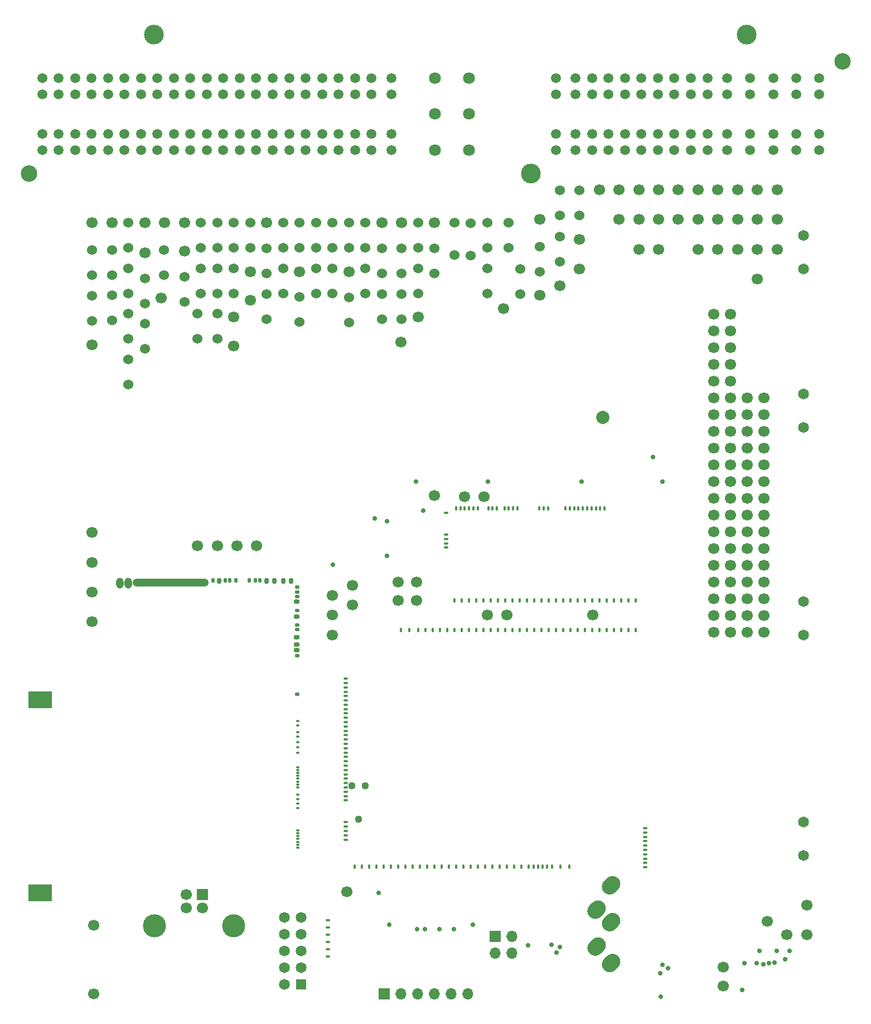
<source format=gbs>
G75*
G70*
%OFA0B0*%
%FSLAX25Y25*%
%IPPOS*%
%LPD*%
%AMOC8*
5,1,8,0,0,1.08239X$1,22.5*
%
%AMM172*
21,1,0.015350,0.009840,-0.000000,-0.000000,180.000000*
21,1,0.000000,0.025200,-0.000000,-0.000000,180.000000*
1,1,0.015350,-0.000000,0.004920*
1,1,0.015350,-0.000000,0.004920*
1,1,0.015350,-0.000000,-0.004920*
1,1,0.015350,-0.000000,-0.004920*
%
%AMM173*
21,1,0.015350,0.009840,-0.000000,-0.000000,270.000000*
21,1,0.000000,0.025200,-0.000000,-0.000000,270.000000*
1,1,0.015350,-0.004920,-0.000000*
1,1,0.015350,-0.004920,-0.000000*
1,1,0.015350,0.004920,-0.000000*
1,1,0.015350,0.004920,-0.000000*
%
%AMM249*
21,1,0.015350,0.009840,-0.000000,-0.000000,90.000000*
21,1,0.000000,0.025200,-0.000000,-0.000000,90.000000*
1,1,0.015350,0.004920,-0.000000*
1,1,0.015350,0.004920,-0.000000*
1,1,0.015350,-0.004920,-0.000000*
1,1,0.015350,-0.004920,-0.000000*
%
%AMM340*
21,1,0.015350,0.009840,-0.000000,0.000000,270.000000*
21,1,0.000000,0.025200,-0.000000,0.000000,270.000000*
1,1,0.015350,-0.004920,0.000000*
1,1,0.015350,-0.004920,0.000000*
1,1,0.015350,0.004920,0.000000*
1,1,0.015350,0.004920,0.000000*
%
%ADD103C,0.04451*%
%ADD117C,0.07087*%
%ADD120C,0.09843*%
%ADD131O,0.03937X0.05906*%
%ADD132C,0.02362*%
%ADD134C,0.06496*%
%ADD143C,0.13780*%
%ADD148O,0.06693X0.06693*%
%ADD152O,0.03701X0.02913*%
%ADD172O,0.02362X0.03150*%
%ADD178O,0.02913X0.02126*%
%ADD189O,0.04488X0.06457*%
%ADD199O,0.45433X0.04882*%
%ADD213O,0.01575X0.02362*%
%ADD235C,0.06457*%
%ADD238O,0.03150X0.02362*%
%ADD239O,0.02362X0.01575*%
%ADD250C,0.06000*%
%ADD265R,0.06457X0.06457*%
%ADD296O,0.02126X0.01339*%
%ADD30O,0.02913X0.03701*%
%ADD306O,0.01575X0.00787*%
%ADD340M172*%
%ADD341M173*%
%ADD40C,0.06693*%
%ADD42C,0.07874*%
%ADD426M249*%
%ADD44C,0.05906*%
%ADD48R,0.06693X0.06693*%
%ADD49R,0.14173X0.10236*%
%ADD50O,0.44882X0.04331*%
%ADD532M340*%
%ADD72O,0.02126X0.02913*%
%ADD77C,0.11811*%
%ADD89C,0.02913*%
X0000000Y0000000D02*
%LPD*%
G01*
D40*
X0411417Y0505906D03*
D250*
X0129921Y0416909D03*
X0129921Y0431909D03*
D40*
X0505906Y0470472D03*
X0446850Y0488189D03*
D48*
X0282992Y0025591D03*
D148*
X0292992Y0025591D03*
X0302992Y0025591D03*
X0312992Y0025591D03*
X0322992Y0025591D03*
X0332992Y0025591D03*
D250*
X0334646Y0486024D03*
X0334646Y0466732D03*
D40*
X0260630Y0086614D03*
X0482283Y0505906D03*
X0499921Y0291772D03*
X0499921Y0301772D03*
X0499921Y0311772D03*
X0499921Y0321772D03*
X0499921Y0331772D03*
X0509921Y0291772D03*
X0509921Y0301772D03*
X0509921Y0311772D03*
X0509921Y0321772D03*
X0509921Y0331772D03*
X0312992Y0486240D03*
D77*
X0145325Y0598819D03*
D120*
X0556742Y0582677D03*
D77*
X0370522Y0515748D03*
D120*
X0070522Y0515748D03*
D77*
X0499656Y0598819D03*
D44*
X0542963Y0572835D03*
X0529183Y0572835D03*
X0515404Y0572835D03*
X0501624Y0572835D03*
X0487844Y0572835D03*
X0476033Y0572835D03*
X0466191Y0572835D03*
X0456348Y0572835D03*
X0446506Y0572835D03*
X0436663Y0572835D03*
X0426821Y0572835D03*
X0416978Y0572835D03*
X0407136Y0572835D03*
X0397293Y0572835D03*
X0385482Y0572835D03*
X0542963Y0562992D03*
X0529183Y0562992D03*
X0515404Y0562992D03*
X0501624Y0562992D03*
X0487844Y0562992D03*
X0476033Y0562992D03*
X0466191Y0562992D03*
X0456348Y0562992D03*
X0446506Y0562992D03*
X0436663Y0562992D03*
X0426821Y0562992D03*
X0416978Y0562992D03*
X0407136Y0562992D03*
X0397293Y0562992D03*
X0385482Y0562992D03*
X0542963Y0539370D03*
X0529183Y0539370D03*
X0515404Y0539370D03*
X0501624Y0539370D03*
X0487844Y0539370D03*
X0476033Y0539370D03*
X0466191Y0539370D03*
X0456348Y0539370D03*
X0446506Y0539370D03*
X0436663Y0539370D03*
X0426821Y0539370D03*
X0416978Y0539370D03*
X0407136Y0539370D03*
X0397293Y0539370D03*
X0385482Y0539370D03*
X0542963Y0529528D03*
X0529183Y0529528D03*
X0515404Y0529528D03*
X0501624Y0529528D03*
X0487844Y0529528D03*
X0476033Y0529528D03*
X0466191Y0529528D03*
X0456348Y0529528D03*
X0446506Y0529528D03*
X0436663Y0529528D03*
X0426821Y0529528D03*
X0416978Y0529528D03*
X0407136Y0529528D03*
X0397293Y0529528D03*
X0385482Y0529528D03*
D117*
X0333514Y0572835D03*
X0313041Y0572835D03*
X0333514Y0551181D03*
X0313041Y0551181D03*
X0333514Y0529528D03*
X0313041Y0529528D03*
D44*
X0287057Y0572835D03*
X0275246Y0572835D03*
X0265404Y0572835D03*
X0255561Y0572835D03*
X0245719Y0572835D03*
X0235876Y0572835D03*
X0226033Y0572835D03*
X0216191Y0572835D03*
X0206348Y0572835D03*
X0196506Y0572835D03*
X0186663Y0572835D03*
X0176821Y0572835D03*
X0166978Y0572835D03*
X0157136Y0572835D03*
X0147293Y0572835D03*
X0137451Y0572835D03*
X0127608Y0572835D03*
X0117766Y0572835D03*
X0107923Y0572835D03*
X0098081Y0572835D03*
X0088238Y0572835D03*
X0078396Y0572835D03*
X0287057Y0562992D03*
X0275246Y0562992D03*
X0265404Y0562992D03*
X0255561Y0562992D03*
X0245719Y0562992D03*
X0235876Y0562992D03*
X0226033Y0562992D03*
X0216191Y0562992D03*
X0206348Y0562992D03*
X0196506Y0562992D03*
X0186663Y0562992D03*
X0176821Y0562992D03*
X0166978Y0562992D03*
X0157136Y0562992D03*
X0147293Y0562992D03*
X0137451Y0562992D03*
X0127608Y0562992D03*
X0117766Y0562992D03*
X0107923Y0562992D03*
X0098081Y0562992D03*
X0088238Y0562992D03*
X0078396Y0562992D03*
X0287057Y0539370D03*
X0275246Y0539370D03*
X0265404Y0539370D03*
X0255561Y0539370D03*
X0245719Y0539370D03*
X0235876Y0539370D03*
X0226033Y0539370D03*
X0216191Y0539370D03*
X0206348Y0539370D03*
X0196506Y0539370D03*
X0186663Y0539370D03*
X0176821Y0539370D03*
X0166978Y0539370D03*
X0157136Y0539370D03*
X0147293Y0539370D03*
X0137451Y0539370D03*
X0127608Y0539370D03*
X0117766Y0539370D03*
X0107923Y0539370D03*
X0098081Y0539370D03*
X0088238Y0539370D03*
X0078396Y0539370D03*
X0287057Y0529528D03*
X0275246Y0529528D03*
X0265404Y0529528D03*
X0255561Y0529528D03*
X0245719Y0529528D03*
X0235876Y0529528D03*
X0226033Y0529528D03*
X0216191Y0529528D03*
X0206348Y0529528D03*
X0196506Y0529528D03*
X0186663Y0529528D03*
X0176821Y0529528D03*
X0166978Y0529528D03*
X0157136Y0529528D03*
X0147293Y0529528D03*
X0137451Y0529528D03*
X0127608Y0529528D03*
X0117766Y0529528D03*
X0107923Y0529528D03*
X0098081Y0529528D03*
X0088238Y0529528D03*
X0078396Y0529528D03*
D250*
X0163386Y0438957D03*
X0163386Y0453957D03*
D40*
X0458661Y0505906D03*
D250*
X0139764Y0438169D03*
X0139764Y0453169D03*
X0251969Y0444075D03*
X0251969Y0459075D03*
D48*
X0174213Y0084951D03*
D40*
X0164370Y0084951D03*
X0164370Y0077077D03*
X0174213Y0077077D03*
D143*
X0192992Y0066407D03*
X0145591Y0066407D03*
D40*
X0375984Y0442913D03*
X0485433Y0041732D03*
X0458661Y0488189D03*
X0171260Y0293307D03*
X0292913Y0414961D03*
X0263780Y0269685D03*
D250*
X0183071Y0471240D03*
X0183071Y0486240D03*
X0222441Y0443878D03*
X0222441Y0458878D03*
D40*
X0291339Y0260630D03*
X0494094Y0488189D03*
D250*
X0271654Y0444075D03*
X0271654Y0459075D03*
X0212598Y0428720D03*
X0212598Y0443720D03*
D40*
X0482283Y0470472D03*
D250*
X0139764Y0411004D03*
X0139764Y0426004D03*
D40*
X0485433Y0030315D03*
X0499921Y0341772D03*
X0499921Y0351772D03*
X0499921Y0361772D03*
X0499921Y0371772D03*
X0499921Y0381772D03*
X0509921Y0341772D03*
X0509921Y0351772D03*
X0509921Y0361772D03*
X0509921Y0371772D03*
X0509921Y0381772D03*
X0356299Y0251969D03*
X0108268Y0413386D03*
X0435039Y0488189D03*
X0505906Y0488189D03*
X0505906Y0505906D03*
G36*
G01*
X0248622Y0070177D02*
X0249606Y0070177D01*
G75*
G02*
X0250098Y0069685I0000000J-000492D01*
G01*
X0250098Y0069685D01*
G75*
G02*
X0249606Y0069193I-000492J0000000D01*
G01*
X0248622Y0069193D01*
G75*
G02*
X0248130Y0069685I0000000J0000492D01*
G01*
X0248130Y0069685D01*
G75*
G02*
X0248622Y0070177I0000492J0000000D01*
G01*
G37*
G36*
G01*
X0248622Y0065846D02*
X0249606Y0065846D01*
G75*
G02*
X0250098Y0065354I0000000J-000492D01*
G01*
X0250098Y0065354D01*
G75*
G02*
X0249606Y0064862I-000492J0000000D01*
G01*
X0248622Y0064862D01*
G75*
G02*
X0248130Y0065354I0000000J0000492D01*
G01*
X0248130Y0065354D01*
G75*
G02*
X0248622Y0065846I0000492J0000000D01*
G01*
G37*
G36*
G01*
X0248622Y0061516D02*
X0249606Y0061516D01*
G75*
G02*
X0250098Y0061024I0000000J-000492D01*
G01*
X0250098Y0061024D01*
G75*
G02*
X0249606Y0060531I-000492J0000000D01*
G01*
X0248622Y0060531D01*
G75*
G02*
X0248130Y0061024I0000000J0000492D01*
G01*
X0248130Y0061024D01*
G75*
G02*
X0248622Y0061516I0000492J0000000D01*
G01*
G37*
G36*
G01*
X0248622Y0057185D02*
X0249606Y0057185D01*
G75*
G02*
X0250098Y0056693I0000000J-000492D01*
G01*
X0250098Y0056693D01*
G75*
G02*
X0249606Y0056201I-000492J0000000D01*
G01*
X0248622Y0056201D01*
G75*
G02*
X0248130Y0056693I0000000J0000492D01*
G01*
X0248130Y0056693D01*
G75*
G02*
X0248622Y0057185I0000492J0000000D01*
G01*
G37*
G36*
G01*
X0248622Y0052854D02*
X0249606Y0052854D01*
G75*
G02*
X0250098Y0052362I0000000J-000492D01*
G01*
X0250098Y0052362D01*
G75*
G02*
X0249606Y0051870I-000492J0000000D01*
G01*
X0248622Y0051870D01*
G75*
G02*
X0248130Y0052362I0000000J0000492D01*
G01*
X0248130Y0052362D01*
G75*
G02*
X0248622Y0052854I0000492J0000000D01*
G01*
G37*
G36*
G01*
X0248622Y0048524D02*
X0249606Y0048524D01*
G75*
G02*
X0250098Y0048032I0000000J-000492D01*
G01*
X0250098Y0048032D01*
G75*
G02*
X0249606Y0047539I-000492J0000000D01*
G01*
X0248622Y0047539D01*
G75*
G02*
X0248130Y0048032I0000000J0000492D01*
G01*
X0248130Y0048032D01*
G75*
G02*
X0248622Y0048524I0000492J0000000D01*
G01*
G37*
D250*
X0303150Y0471240D03*
X0303150Y0486240D03*
D40*
X0470472Y0505906D03*
D250*
X0399606Y0490531D03*
X0399606Y0505531D03*
X0222441Y0471240D03*
X0222441Y0486240D03*
D40*
X0139764Y0468504D03*
X0479921Y0241772D03*
X0479921Y0251772D03*
X0479921Y0261772D03*
X0479921Y0271772D03*
X0479921Y0281772D03*
X0489921Y0241772D03*
X0489921Y0251772D03*
X0489921Y0261772D03*
X0489921Y0271772D03*
X0489921Y0281772D03*
X0535433Y0078740D03*
X0232283Y0457087D03*
X0505906Y0452756D03*
X0120079Y0486220D03*
D250*
X0232283Y0427146D03*
X0232283Y0442146D03*
D40*
X0183071Y0293307D03*
D250*
X0108268Y0427539D03*
X0108268Y0442539D03*
X0192913Y0444075D03*
X0192913Y0459075D03*
X0129921Y0444075D03*
X0129921Y0459075D03*
X0344488Y0471220D03*
X0344488Y0486220D03*
X0183071Y0416909D03*
X0183071Y0431909D03*
D40*
X0163386Y0486220D03*
D250*
X0129921Y0389744D03*
X0129921Y0404744D03*
D40*
X0446850Y0470472D03*
X0517717Y0505906D03*
D250*
X0120079Y0427933D03*
X0120079Y0442933D03*
D40*
X0535433Y0061024D03*
X0108268Y0248031D03*
X0479921Y0391772D03*
X0479921Y0401772D03*
X0479921Y0411772D03*
X0479921Y0421772D03*
X0479921Y0431772D03*
X0489921Y0391772D03*
X0489921Y0401772D03*
X0489921Y0411772D03*
X0489921Y0421772D03*
X0489921Y0431772D03*
X0479921Y0291772D03*
X0479921Y0301772D03*
X0479921Y0311772D03*
X0479921Y0321772D03*
X0479921Y0331772D03*
X0489921Y0291772D03*
X0489921Y0301772D03*
X0489921Y0311772D03*
X0489921Y0321772D03*
X0489921Y0331772D03*
X0163386Y0469291D03*
D134*
X0533465Y0478661D03*
X0533465Y0458661D03*
D250*
X0242126Y0444075D03*
X0242126Y0459075D03*
D134*
X0533465Y0260157D03*
X0533465Y0240157D03*
D250*
X0120079Y0455098D03*
X0120079Y0470098D03*
X0171260Y0416909D03*
X0171260Y0431909D03*
X0173228Y0471240D03*
X0173228Y0486240D03*
X0324803Y0486220D03*
X0324803Y0466929D03*
D40*
X0435039Y0470472D03*
D250*
X0151181Y0455098D03*
X0151181Y0470098D03*
X0375984Y0457067D03*
X0375984Y0472067D03*
D40*
X0423228Y0488189D03*
G36*
G01*
X0414018Y0080160D02*
X0414018Y0080160D01*
G75*
G02*
X0414018Y0073479I-003341J-003341D01*
G01*
X0412348Y0071808D01*
G75*
G02*
X0405667Y0071808I-003341J0003341D01*
G01*
X0405667Y0071808D01*
G75*
G02*
X0405667Y0078490I0003341J0003341D01*
G01*
X0407337Y0080160D01*
G75*
G02*
X0414018Y0080160I0003341J-003341D01*
G01*
G37*
G36*
G01*
X0422680Y0072680D02*
X0422680Y0072680D01*
G75*
G02*
X0422680Y0065998I-003341J-003341D01*
G01*
X0421009Y0064328D01*
G75*
G02*
X0414328Y0064328I-003341J0003341D01*
G01*
X0414328Y0064328D01*
G75*
G02*
X0414328Y0071009I0003341J0003341D01*
G01*
X0415998Y0072680D01*
G75*
G02*
X0422680Y0072680I0003341J-003341D01*
G01*
G37*
G36*
G01*
X0422680Y0048270D02*
X0422680Y0048270D01*
G75*
G02*
X0422680Y0041589I-003341J-003341D01*
G01*
X0421009Y0039919D01*
G75*
G02*
X0414328Y0039919I-003341J0003341D01*
G01*
X0414328Y0039919D01*
G75*
G02*
X0414328Y0046600I0003341J0003341D01*
G01*
X0415998Y0048270D01*
G75*
G02*
X0422680Y0048270I0003341J-003341D01*
G01*
G37*
G36*
G01*
X0414018Y0058113D02*
X0414018Y0058113D01*
G75*
G02*
X0414018Y0051432I-003341J-003341D01*
G01*
X0412348Y0049761D01*
G75*
G02*
X0405667Y0049761I-003341J0003341D01*
G01*
X0405667Y0049761D01*
G75*
G02*
X0405667Y0056443I0003341J0003341D01*
G01*
X0407337Y0058113D01*
G75*
G02*
X0414018Y0058113I0003341J-003341D01*
G01*
G37*
G36*
G01*
X0422680Y0094727D02*
X0422680Y0094727D01*
G75*
G02*
X0422680Y0088046I-003341J-003341D01*
G01*
X0421009Y0086375D01*
G75*
G02*
X0414328Y0086375I-003341J0003341D01*
G01*
X0414328Y0086375D01*
G75*
G02*
X0414328Y0093057I0003341J0003341D01*
G01*
X0415998Y0094727D01*
G75*
G02*
X0422680Y0094727I0003341J-003341D01*
G01*
G37*
D250*
X0281496Y0428720D03*
X0281496Y0443720D03*
D40*
X0149606Y0441339D03*
X0399606Y0458661D03*
D134*
X0533465Y0128268D03*
X0533465Y0108268D03*
D40*
X0251969Y0251969D03*
X0511811Y0068898D03*
D48*
X0349311Y0059921D03*
D148*
X0359311Y0059921D03*
X0349311Y0049921D03*
X0359311Y0049921D03*
D40*
X0517717Y0470472D03*
X0139764Y0486220D03*
D250*
X0192913Y0471240D03*
X0192913Y0486240D03*
X0232283Y0471240D03*
X0232283Y0486240D03*
X0357087Y0471220D03*
X0357087Y0486220D03*
D132*
X0505657Y0044468D03*
X0507330Y0051693D03*
X0509496Y0043622D03*
X0512940Y0044468D03*
X0516287Y0044763D03*
X0517566Y0051693D03*
X0522684Y0046535D03*
X0525244Y0051693D03*
X0496995Y0028366D03*
X0498177Y0044409D03*
D134*
X0533465Y0384016D03*
X0533465Y0364016D03*
D132*
X0449117Y0331545D03*
X0344931Y0331545D03*
X0302018Y0331545D03*
X0400837Y0331545D03*
X0443652Y0346506D03*
D250*
X0293307Y0455886D03*
X0293307Y0470886D03*
D132*
X0252228Y0282039D03*
X0284610Y0287255D03*
X0284541Y0307856D03*
X0277130Y0309795D03*
X0306067Y0314224D03*
G36*
G01*
X0259293Y0118321D02*
X0260278Y0118321D01*
G75*
G02*
X0260770Y0117829I0000000J-000492D01*
G01*
X0260770Y0117829D01*
G75*
G02*
X0260278Y0117337I-000492J0000000D01*
G01*
X0259293Y0117337D01*
G75*
G02*
X0258801Y0117829I0000000J0000492D01*
G01*
X0258801Y0117829D01*
G75*
G02*
X0259293Y0118321I0000492J0000000D01*
G01*
G37*
G36*
G01*
X0260278Y0119936D02*
X0259293Y0119936D01*
G75*
G02*
X0258801Y0120428I0000000J0000492D01*
G01*
X0258801Y0120428D01*
G75*
G02*
X0259293Y0120920I0000492J0000000D01*
G01*
X0260278Y0120920D01*
G75*
G02*
X0260770Y0120428I0000000J-000492D01*
G01*
X0260770Y0120428D01*
G75*
G02*
X0260278Y0119936I-000492J0000000D01*
G01*
G37*
G36*
G01*
X0260278Y0122534D02*
X0259293Y0122534D01*
G75*
G02*
X0258801Y0123026I0000000J0000492D01*
G01*
X0258801Y0123026D01*
G75*
G02*
X0259293Y0123518I0000492J0000000D01*
G01*
X0260278Y0123518D01*
G75*
G02*
X0260770Y0123026I0000000J-000492D01*
G01*
X0260770Y0123026D01*
G75*
G02*
X0260278Y0122534I-000492J0000000D01*
G01*
G37*
G36*
G01*
X0260278Y0125132D02*
X0259293Y0125132D01*
G75*
G02*
X0258801Y0125625I0000000J0000492D01*
G01*
X0258801Y0125625D01*
G75*
G02*
X0259293Y0126117I0000492J0000000D01*
G01*
X0260278Y0126117D01*
G75*
G02*
X0260770Y0125625I0000000J-000492D01*
G01*
X0260770Y0125625D01*
G75*
G02*
X0260278Y0125132I-000492J0000000D01*
G01*
G37*
G36*
G01*
X0260278Y0127731D02*
X0259293Y0127731D01*
G75*
G02*
X0258801Y0128223I0000000J0000492D01*
G01*
X0258801Y0128223D01*
G75*
G02*
X0259293Y0128715I0000492J0000000D01*
G01*
X0260278Y0128715D01*
G75*
G02*
X0260770Y0128223I0000000J-000492D01*
G01*
X0260770Y0128223D01*
G75*
G02*
X0260278Y0127731I-000492J0000000D01*
G01*
G37*
G36*
G01*
X0260278Y0140723D02*
X0259293Y0140723D01*
G75*
G02*
X0258801Y0141215I0000000J0000492D01*
G01*
X0258801Y0141215D01*
G75*
G02*
X0259293Y0141707I0000492J0000000D01*
G01*
X0260278Y0141707D01*
G75*
G02*
X0260770Y0141215I0000000J-000492D01*
G01*
X0260770Y0141215D01*
G75*
G02*
X0260278Y0140723I-000492J0000000D01*
G01*
G37*
G36*
G01*
X0260278Y0143321D02*
X0259293Y0143321D01*
G75*
G02*
X0258801Y0143813I0000000J0000492D01*
G01*
X0258801Y0143813D01*
G75*
G02*
X0259293Y0144306I0000492J0000000D01*
G01*
X0260278Y0144306D01*
G75*
G02*
X0260770Y0143813I0000000J-000492D01*
G01*
X0260770Y0143813D01*
G75*
G02*
X0260278Y0143321I-000492J0000000D01*
G01*
G37*
G36*
G01*
X0260278Y0145920D02*
X0259293Y0145920D01*
G75*
G02*
X0258801Y0146412I0000000J0000492D01*
G01*
X0258801Y0146412D01*
G75*
G02*
X0259293Y0146904I0000492J0000000D01*
G01*
X0260278Y0146904D01*
G75*
G02*
X0260770Y0146412I0000000J-000492D01*
G01*
X0260770Y0146412D01*
G75*
G02*
X0260278Y0145920I-000492J0000000D01*
G01*
G37*
G36*
G01*
X0260278Y0148518D02*
X0259293Y0148518D01*
G75*
G02*
X0258801Y0149010I0000000J0000492D01*
G01*
X0258801Y0149010D01*
G75*
G02*
X0259293Y0149502I0000492J0000000D01*
G01*
X0260278Y0149502D01*
G75*
G02*
X0260770Y0149010I0000000J-000492D01*
G01*
X0260770Y0149010D01*
G75*
G02*
X0260278Y0148518I-000492J0000000D01*
G01*
G37*
G36*
G01*
X0260278Y0151117D02*
X0259293Y0151117D01*
G75*
G02*
X0258801Y0151609I0000000J0000492D01*
G01*
X0258801Y0151609D01*
G75*
G02*
X0259293Y0152101I0000492J0000000D01*
G01*
X0260278Y0152101D01*
G75*
G02*
X0260770Y0151609I0000000J-000492D01*
G01*
X0260770Y0151609D01*
G75*
G02*
X0260278Y0151117I-000492J0000000D01*
G01*
G37*
G36*
G01*
X0260278Y0153715D02*
X0259293Y0153715D01*
G75*
G02*
X0258801Y0154207I0000000J0000492D01*
G01*
X0258801Y0154207D01*
G75*
G02*
X0259293Y0154699I0000492J0000000D01*
G01*
X0260278Y0154699D01*
G75*
G02*
X0260770Y0154207I0000000J-000492D01*
G01*
X0260770Y0154207D01*
G75*
G02*
X0260278Y0153715I-000492J0000000D01*
G01*
G37*
G36*
G01*
X0260278Y0156313D02*
X0259293Y0156313D01*
G75*
G02*
X0258801Y0156806I0000000J0000492D01*
G01*
X0258801Y0156806D01*
G75*
G02*
X0259293Y0157298I0000492J0000000D01*
G01*
X0260278Y0157298D01*
G75*
G02*
X0260770Y0156806I0000000J-000492D01*
G01*
X0260770Y0156806D01*
G75*
G02*
X0260278Y0156313I-000492J0000000D01*
G01*
G37*
G36*
G01*
X0260278Y0158912D02*
X0259293Y0158912D01*
G75*
G02*
X0258801Y0159404I0000000J0000492D01*
G01*
X0258801Y0159404D01*
G75*
G02*
X0259293Y0159896I0000492J0000000D01*
G01*
X0260278Y0159896D01*
G75*
G02*
X0260770Y0159404I0000000J-000492D01*
G01*
X0260770Y0159404D01*
G75*
G02*
X0260278Y0158912I-000492J0000000D01*
G01*
G37*
G36*
G01*
X0260278Y0161510D02*
X0259293Y0161510D01*
G75*
G02*
X0258801Y0162002I0000000J0000492D01*
G01*
X0258801Y0162002D01*
G75*
G02*
X0259293Y0162495I0000492J0000000D01*
G01*
X0260278Y0162495D01*
G75*
G02*
X0260770Y0162002I0000000J-000492D01*
G01*
X0260770Y0162002D01*
G75*
G02*
X0260278Y0161510I-000492J0000000D01*
G01*
G37*
G36*
G01*
X0260278Y0164109D02*
X0259293Y0164109D01*
G75*
G02*
X0258801Y0164601I0000000J0000492D01*
G01*
X0258801Y0164601D01*
G75*
G02*
X0259293Y0165093I0000492J0000000D01*
G01*
X0260278Y0165093D01*
G75*
G02*
X0260770Y0164601I0000000J-000492D01*
G01*
X0260770Y0164601D01*
G75*
G02*
X0260278Y0164109I-000492J0000000D01*
G01*
G37*
G36*
G01*
X0260278Y0166707D02*
X0259293Y0166707D01*
G75*
G02*
X0258801Y0167199I0000000J0000492D01*
G01*
X0258801Y0167199D01*
G75*
G02*
X0259293Y0167691I0000492J0000000D01*
G01*
X0260278Y0167691D01*
G75*
G02*
X0260770Y0167199I0000000J-000492D01*
G01*
X0260770Y0167199D01*
G75*
G02*
X0260278Y0166707I-000492J0000000D01*
G01*
G37*
G36*
G01*
X0260278Y0169306D02*
X0259293Y0169306D01*
G75*
G02*
X0258801Y0169798I0000000J0000492D01*
G01*
X0258801Y0169798D01*
G75*
G02*
X0259293Y0170290I0000492J0000000D01*
G01*
X0260278Y0170290D01*
G75*
G02*
X0260770Y0169798I0000000J-000492D01*
G01*
X0260770Y0169798D01*
G75*
G02*
X0260278Y0169306I-000492J0000000D01*
G01*
G37*
G36*
G01*
X0260278Y0171904D02*
X0259293Y0171904D01*
G75*
G02*
X0258801Y0172396I0000000J0000492D01*
G01*
X0258801Y0172396D01*
G75*
G02*
X0259293Y0172888I0000492J0000000D01*
G01*
X0260278Y0172888D01*
G75*
G02*
X0260770Y0172396I0000000J-000492D01*
G01*
X0260770Y0172396D01*
G75*
G02*
X0260278Y0171904I-000492J0000000D01*
G01*
G37*
G36*
G01*
X0260278Y0174502D02*
X0259293Y0174502D01*
G75*
G02*
X0258801Y0174995I0000000J0000492D01*
G01*
X0258801Y0174995D01*
G75*
G02*
X0259293Y0175487I0000492J0000000D01*
G01*
X0260278Y0175487D01*
G75*
G02*
X0260770Y0174995I0000000J-000492D01*
G01*
X0260770Y0174995D01*
G75*
G02*
X0260278Y0174502I-000492J0000000D01*
G01*
G37*
G36*
G01*
X0260278Y0177101D02*
X0259293Y0177101D01*
G75*
G02*
X0258801Y0177593I0000000J0000492D01*
G01*
X0258801Y0177593D01*
G75*
G02*
X0259293Y0178085I0000492J0000000D01*
G01*
X0260278Y0178085D01*
G75*
G02*
X0260770Y0177593I0000000J-000492D01*
G01*
X0260770Y0177593D01*
G75*
G02*
X0260278Y0177101I-000492J0000000D01*
G01*
G37*
G36*
G01*
X0260278Y0179699D02*
X0259293Y0179699D01*
G75*
G02*
X0258801Y0180191I0000000J0000492D01*
G01*
X0258801Y0180191D01*
G75*
G02*
X0259293Y0180684I0000492J0000000D01*
G01*
X0260278Y0180684D01*
G75*
G02*
X0260770Y0180191I0000000J-000492D01*
G01*
X0260770Y0180191D01*
G75*
G02*
X0260278Y0179699I-000492J0000000D01*
G01*
G37*
G36*
G01*
X0260278Y0182298D02*
X0259293Y0182298D01*
G75*
G02*
X0258801Y0182790I0000000J0000492D01*
G01*
X0258801Y0182790D01*
G75*
G02*
X0259293Y0183282I0000492J0000000D01*
G01*
X0260278Y0183282D01*
G75*
G02*
X0260770Y0182790I0000000J-000492D01*
G01*
X0260770Y0182790D01*
G75*
G02*
X0260278Y0182298I-000492J0000000D01*
G01*
G37*
G36*
G01*
X0260278Y0184896D02*
X0259293Y0184896D01*
G75*
G02*
X0258801Y0185388I0000000J0000492D01*
G01*
X0258801Y0185388D01*
G75*
G02*
X0259293Y0185880I0000492J0000000D01*
G01*
X0260278Y0185880D01*
G75*
G02*
X0260770Y0185388I0000000J-000492D01*
G01*
X0260770Y0185388D01*
G75*
G02*
X0260278Y0184896I-000492J0000000D01*
G01*
G37*
G36*
G01*
X0260278Y0187495D02*
X0259293Y0187495D01*
G75*
G02*
X0258801Y0187987I0000000J0000492D01*
G01*
X0258801Y0187987D01*
G75*
G02*
X0259293Y0188479I0000492J0000000D01*
G01*
X0260278Y0188479D01*
G75*
G02*
X0260770Y0187987I0000000J-000492D01*
G01*
X0260770Y0187987D01*
G75*
G02*
X0260278Y0187495I-000492J0000000D01*
G01*
G37*
G36*
G01*
X0260278Y0190093D02*
X0259293Y0190093D01*
G75*
G02*
X0258801Y0190585I0000000J0000492D01*
G01*
X0258801Y0190585D01*
G75*
G02*
X0259293Y0191077I0000492J0000000D01*
G01*
X0260278Y0191077D01*
G75*
G02*
X0260770Y0190585I0000000J-000492D01*
G01*
X0260770Y0190585D01*
G75*
G02*
X0260278Y0190093I-000492J0000000D01*
G01*
G37*
G36*
G01*
X0260278Y0192691D02*
X0259293Y0192691D01*
G75*
G02*
X0258801Y0193184I0000000J0000492D01*
G01*
X0258801Y0193184D01*
G75*
G02*
X0259293Y0193676I0000492J0000000D01*
G01*
X0260278Y0193676D01*
G75*
G02*
X0260770Y0193184I0000000J-000492D01*
G01*
X0260770Y0193184D01*
G75*
G02*
X0260278Y0192691I-000492J0000000D01*
G01*
G37*
G36*
G01*
X0260278Y0195290D02*
X0259293Y0195290D01*
G75*
G02*
X0258801Y0195782I0000000J0000492D01*
G01*
X0258801Y0195782D01*
G75*
G02*
X0259293Y0196274I0000492J0000000D01*
G01*
X0260278Y0196274D01*
G75*
G02*
X0260770Y0195782I0000000J-000492D01*
G01*
X0260770Y0195782D01*
G75*
G02*
X0260278Y0195290I-000492J0000000D01*
G01*
G37*
G36*
G01*
X0260278Y0197888D02*
X0259293Y0197888D01*
G75*
G02*
X0258801Y0198380I0000000J0000492D01*
G01*
X0258801Y0198380D01*
G75*
G02*
X0259293Y0198873I0000492J0000000D01*
G01*
X0260278Y0198873D01*
G75*
G02*
X0260770Y0198380I0000000J-000492D01*
G01*
X0260770Y0198380D01*
G75*
G02*
X0260278Y0197888I-000492J0000000D01*
G01*
G37*
G36*
G01*
X0260278Y0200487D02*
X0259293Y0200487D01*
G75*
G02*
X0258801Y0200979I0000000J0000492D01*
G01*
X0258801Y0200979D01*
G75*
G02*
X0259293Y0201471I0000492J0000000D01*
G01*
X0260278Y0201471D01*
G75*
G02*
X0260770Y0200979I0000000J-000492D01*
G01*
X0260770Y0200979D01*
G75*
G02*
X0260278Y0200487I-000492J0000000D01*
G01*
G37*
G36*
G01*
X0260278Y0203085D02*
X0259293Y0203085D01*
G75*
G02*
X0258801Y0203577I0000000J0000492D01*
G01*
X0258801Y0203577D01*
G75*
G02*
X0259293Y0204069I0000492J0000000D01*
G01*
X0260278Y0204069D01*
G75*
G02*
X0260770Y0203577I0000000J-000492D01*
G01*
X0260770Y0203577D01*
G75*
G02*
X0260278Y0203085I-000492J0000000D01*
G01*
G37*
G36*
G01*
X0260278Y0205684D02*
X0259293Y0205684D01*
G75*
G02*
X0258801Y0206176I0000000J0000492D01*
G01*
X0258801Y0206176D01*
G75*
G02*
X0259293Y0206668I0000492J0000000D01*
G01*
X0260278Y0206668D01*
G75*
G02*
X0260770Y0206176I0000000J-000492D01*
G01*
X0260770Y0206176D01*
G75*
G02*
X0260278Y0205684I-000492J0000000D01*
G01*
G37*
G36*
G01*
X0260278Y0208282D02*
X0259293Y0208282D01*
G75*
G02*
X0258801Y0208774I0000000J0000492D01*
G01*
X0258801Y0208774D01*
G75*
G02*
X0259293Y0209266I0000492J0000000D01*
G01*
X0260278Y0209266D01*
G75*
G02*
X0260770Y0208774I0000000J-000492D01*
G01*
X0260770Y0208774D01*
G75*
G02*
X0260278Y0208282I-000492J0000000D01*
G01*
G37*
G36*
G01*
X0260278Y0210880D02*
X0259293Y0210880D01*
G75*
G02*
X0258801Y0211373I0000000J0000492D01*
G01*
X0258801Y0211373D01*
G75*
G02*
X0259293Y0211865I0000492J0000000D01*
G01*
X0260278Y0211865D01*
G75*
G02*
X0260770Y0211373I0000000J-000492D01*
G01*
X0260770Y0211373D01*
G75*
G02*
X0260278Y0210880I-000492J0000000D01*
G01*
G37*
G36*
G01*
X0260278Y0213479D02*
X0259293Y0213479D01*
G75*
G02*
X0258801Y0213971I0000000J0000492D01*
G01*
X0258801Y0213971D01*
G75*
G02*
X0259293Y0214463I0000492J0000000D01*
G01*
X0260278Y0214463D01*
G75*
G02*
X0260770Y0213971I0000000J-000492D01*
G01*
X0260770Y0213971D01*
G75*
G02*
X0260278Y0213479I-000492J0000000D01*
G01*
G37*
G36*
G01*
X0392943Y0101089D02*
X0392943Y0102073D01*
G75*
G02*
X0393435Y0102565I0000492J0000000D01*
G01*
X0393435Y0102565D01*
G75*
G02*
X0393927Y0102073I0000000J-000492D01*
G01*
X0393927Y0101089D01*
G75*
G02*
X0393435Y0100597I-000492J0000000D01*
G01*
X0393435Y0100597D01*
G75*
G02*
X0392943Y0101089I0000000J0000492D01*
G01*
G37*
G36*
G01*
X0388730Y0102073D02*
X0388730Y0101089D01*
G75*
G02*
X0388238Y0100597I-000492J0000000D01*
G01*
X0388238Y0100597D01*
G75*
G02*
X0387746Y0101089I0000000J0000492D01*
G01*
X0387746Y0102073D01*
G75*
G02*
X0388238Y0102565I0000492J0000000D01*
G01*
X0388238Y0102565D01*
G75*
G02*
X0388730Y0102073I0000000J-000492D01*
G01*
G37*
G36*
G01*
X0383533Y0102073D02*
X0383533Y0101089D01*
G75*
G02*
X0383041Y0100597I-000492J0000000D01*
G01*
X0383041Y0100597D01*
G75*
G02*
X0382549Y0101089I0000000J0000492D01*
G01*
X0382549Y0102073D01*
G75*
G02*
X0383041Y0102565I0000492J0000000D01*
G01*
X0383041Y0102565D01*
G75*
G02*
X0383533Y0102073I0000000J-000492D01*
G01*
G37*
G36*
G01*
X0380541Y0102073D02*
X0380541Y0101089D01*
G75*
G02*
X0380049Y0100597I-000492J0000000D01*
G01*
X0380049Y0100597D01*
G75*
G02*
X0379557Y0101089I0000000J0000492D01*
G01*
X0379557Y0102073D01*
G75*
G02*
X0380049Y0102565I0000492J0000000D01*
G01*
X0380049Y0102565D01*
G75*
G02*
X0380541Y0102073I0000000J-000492D01*
G01*
G37*
G36*
G01*
X0377923Y0102073D02*
X0377923Y0101089D01*
G75*
G02*
X0377431Y0100597I-000492J0000000D01*
G01*
X0377431Y0100597D01*
G75*
G02*
X0376939Y0101089I0000000J0000492D01*
G01*
X0376939Y0102073D01*
G75*
G02*
X0377431Y0102565I0000492J0000000D01*
G01*
X0377431Y0102565D01*
G75*
G02*
X0377923Y0102073I0000000J-000492D01*
G01*
G37*
G36*
G01*
X0375305Y0102073D02*
X0375305Y0101089D01*
G75*
G02*
X0374813Y0100597I-000492J0000000D01*
G01*
X0374813Y0100597D01*
G75*
G02*
X0374321Y0101089I0000000J0000492D01*
G01*
X0374321Y0102073D01*
G75*
G02*
X0374813Y0102565I0000492J0000000D01*
G01*
X0374813Y0102565D01*
G75*
G02*
X0375305Y0102073I0000000J-000492D01*
G01*
G37*
G36*
G01*
X0372687Y0102073D02*
X0372687Y0101089D01*
G75*
G02*
X0372195Y0100597I-000492J0000000D01*
G01*
X0372195Y0100597D01*
G75*
G02*
X0371703Y0101089I0000000J0000492D01*
G01*
X0371703Y0102073D01*
G75*
G02*
X0372195Y0102565I0000492J0000000D01*
G01*
X0372195Y0102565D01*
G75*
G02*
X0372687Y0102073I0000000J-000492D01*
G01*
G37*
G36*
G01*
X0369636Y0102073D02*
X0369636Y0101089D01*
G75*
G02*
X0369144Y0100597I-000492J0000000D01*
G01*
X0369144Y0100597D01*
G75*
G02*
X0368652Y0101089I0000000J0000492D01*
G01*
X0368652Y0102073D01*
G75*
G02*
X0369144Y0102565I0000492J0000000D01*
G01*
X0369144Y0102565D01*
G75*
G02*
X0369636Y0102073I0000000J-000492D01*
G01*
G37*
G36*
G01*
X0365305Y0102073D02*
X0365305Y0101089D01*
G75*
G02*
X0364813Y0100597I-000492J0000000D01*
G01*
X0364813Y0100597D01*
G75*
G02*
X0364321Y0101089I0000000J0000492D01*
G01*
X0364321Y0102073D01*
G75*
G02*
X0364813Y0102565I0000492J0000000D01*
G01*
X0364813Y0102565D01*
G75*
G02*
X0365305Y0102073I0000000J-000492D01*
G01*
G37*
G36*
G01*
X0360974Y0102073D02*
X0360974Y0101089D01*
G75*
G02*
X0360482Y0100597I-000492J0000000D01*
G01*
X0360482Y0100597D01*
G75*
G02*
X0359990Y0101089I0000000J0000492D01*
G01*
X0359990Y0102073D01*
G75*
G02*
X0360482Y0102565I0000492J0000000D01*
G01*
X0360482Y0102565D01*
G75*
G02*
X0360974Y0102073I0000000J-000492D01*
G01*
G37*
G36*
G01*
X0356644Y0102073D02*
X0356644Y0101089D01*
G75*
G02*
X0356152Y0100597I-000492J0000000D01*
G01*
X0356152Y0100597D01*
G75*
G02*
X0355659Y0101089I0000000J0000492D01*
G01*
X0355659Y0102073D01*
G75*
G02*
X0356152Y0102565I0000492J0000000D01*
G01*
X0356152Y0102565D01*
G75*
G02*
X0356644Y0102073I0000000J-000492D01*
G01*
G37*
G36*
G01*
X0352313Y0102073D02*
X0352313Y0101089D01*
G75*
G02*
X0351821Y0100597I-000492J0000000D01*
G01*
X0351821Y0100597D01*
G75*
G02*
X0351329Y0101089I0000000J0000492D01*
G01*
X0351329Y0102073D01*
G75*
G02*
X0351821Y0102565I0000492J0000000D01*
G01*
X0351821Y0102565D01*
G75*
G02*
X0352313Y0102073I0000000J-000492D01*
G01*
G37*
G36*
G01*
X0347982Y0102073D02*
X0347982Y0101089D01*
G75*
G02*
X0347490Y0100597I-000492J0000000D01*
G01*
X0347490Y0100597D01*
G75*
G02*
X0346998Y0101089I0000000J0000492D01*
G01*
X0346998Y0102073D01*
G75*
G02*
X0347490Y0102565I0000492J0000000D01*
G01*
X0347490Y0102565D01*
G75*
G02*
X0347982Y0102073I0000000J-000492D01*
G01*
G37*
G36*
G01*
X0343652Y0102073D02*
X0343652Y0101089D01*
G75*
G02*
X0343160Y0100597I-000492J0000000D01*
G01*
X0343160Y0100597D01*
G75*
G02*
X0342667Y0101089I0000000J0000492D01*
G01*
X0342667Y0102073D01*
G75*
G02*
X0343160Y0102565I0000492J0000000D01*
G01*
X0343160Y0102565D01*
G75*
G02*
X0343652Y0102073I0000000J-000492D01*
G01*
G37*
G36*
G01*
X0339321Y0102073D02*
X0339321Y0101089D01*
G75*
G02*
X0338829Y0100597I-000492J0000000D01*
G01*
X0338829Y0100597D01*
G75*
G02*
X0338337Y0101089I0000000J0000492D01*
G01*
X0338337Y0102073D01*
G75*
G02*
X0338829Y0102565I0000492J0000000D01*
G01*
X0338829Y0102565D01*
G75*
G02*
X0339321Y0102073I0000000J-000492D01*
G01*
G37*
G36*
G01*
X0334990Y0102073D02*
X0334990Y0101089D01*
G75*
G02*
X0334498Y0100597I-000492J0000000D01*
G01*
X0334498Y0100597D01*
G75*
G02*
X0334006Y0101089I0000000J0000492D01*
G01*
X0334006Y0102073D01*
G75*
G02*
X0334498Y0102565I0000492J0000000D01*
G01*
X0334498Y0102565D01*
G75*
G02*
X0334990Y0102073I0000000J-000492D01*
G01*
G37*
G36*
G01*
X0330660Y0102073D02*
X0330660Y0101089D01*
G75*
G02*
X0330167Y0100597I-000492J0000000D01*
G01*
X0330167Y0100597D01*
G75*
G02*
X0329675Y0101089I0000000J0000492D01*
G01*
X0329675Y0102073D01*
G75*
G02*
X0330167Y0102565I0000492J0000000D01*
G01*
X0330167Y0102565D01*
G75*
G02*
X0330660Y0102073I0000000J-000492D01*
G01*
G37*
G36*
G01*
X0326329Y0102073D02*
X0326329Y0101089D01*
G75*
G02*
X0325837Y0100597I-000492J0000000D01*
G01*
X0325837Y0100597D01*
G75*
G02*
X0325345Y0101089I0000000J0000492D01*
G01*
X0325345Y0102073D01*
G75*
G02*
X0325837Y0102565I0000492J0000000D01*
G01*
X0325837Y0102565D01*
G75*
G02*
X0326329Y0102073I0000000J-000492D01*
G01*
G37*
G36*
G01*
X0321998Y0102073D02*
X0321998Y0101089D01*
G75*
G02*
X0321506Y0100597I-000492J0000000D01*
G01*
X0321506Y0100597D01*
G75*
G02*
X0321014Y0101089I0000000J0000492D01*
G01*
X0321014Y0102073D01*
G75*
G02*
X0321506Y0102565I0000492J0000000D01*
G01*
X0321506Y0102565D01*
G75*
G02*
X0321998Y0102073I0000000J-000492D01*
G01*
G37*
G36*
G01*
X0317667Y0102073D02*
X0317667Y0101089D01*
G75*
G02*
X0317175Y0100597I-000492J0000000D01*
G01*
X0317175Y0100597D01*
G75*
G02*
X0316683Y0101089I0000000J0000492D01*
G01*
X0316683Y0102073D01*
G75*
G02*
X0317175Y0102565I0000492J0000000D01*
G01*
X0317175Y0102565D01*
G75*
G02*
X0317667Y0102073I0000000J-000492D01*
G01*
G37*
G36*
G01*
X0313337Y0102073D02*
X0313337Y0101089D01*
G75*
G02*
X0312845Y0100597I-000492J0000000D01*
G01*
X0312845Y0100597D01*
G75*
G02*
X0312352Y0101089I0000000J0000492D01*
G01*
X0312352Y0102073D01*
G75*
G02*
X0312845Y0102565I0000492J0000000D01*
G01*
X0312845Y0102565D01*
G75*
G02*
X0313337Y0102073I0000000J-000492D01*
G01*
G37*
G36*
G01*
X0309006Y0102073D02*
X0309006Y0101089D01*
G75*
G02*
X0308514Y0100597I-000492J0000000D01*
G01*
X0308514Y0100597D01*
G75*
G02*
X0308022Y0101089I0000000J0000492D01*
G01*
X0308022Y0102073D01*
G75*
G02*
X0308514Y0102565I0000492J0000000D01*
G01*
X0308514Y0102565D01*
G75*
G02*
X0309006Y0102073I0000000J-000492D01*
G01*
G37*
G36*
G01*
X0304675Y0102073D02*
X0304675Y0101089D01*
G75*
G02*
X0304183Y0100597I-000492J0000000D01*
G01*
X0304183Y0100597D01*
G75*
G02*
X0303691Y0101089I0000000J0000492D01*
G01*
X0303691Y0102073D01*
G75*
G02*
X0304183Y0102565I0000492J0000000D01*
G01*
X0304183Y0102565D01*
G75*
G02*
X0304675Y0102073I0000000J-000492D01*
G01*
G37*
G36*
G01*
X0300345Y0102073D02*
X0300345Y0101089D01*
G75*
G02*
X0299853Y0100597I-000492J0000000D01*
G01*
X0299853Y0100597D01*
G75*
G02*
X0299360Y0101089I0000000J0000492D01*
G01*
X0299360Y0102073D01*
G75*
G02*
X0299853Y0102565I0000492J0000000D01*
G01*
X0299853Y0102565D01*
G75*
G02*
X0300345Y0102073I0000000J-000492D01*
G01*
G37*
G36*
G01*
X0296014Y0102073D02*
X0296014Y0101089D01*
G75*
G02*
X0295522Y0100597I-000492J0000000D01*
G01*
X0295522Y0100597D01*
G75*
G02*
X0295030Y0101089I0000000J0000492D01*
G01*
X0295030Y0102073D01*
G75*
G02*
X0295522Y0102565I0000492J0000000D01*
G01*
X0295522Y0102565D01*
G75*
G02*
X0296014Y0102073I0000000J-000492D01*
G01*
G37*
G36*
G01*
X0291683Y0102073D02*
X0291683Y0101089D01*
G75*
G02*
X0291191Y0100597I-000492J0000000D01*
G01*
X0291191Y0100597D01*
G75*
G02*
X0290699Y0101089I0000000J0000492D01*
G01*
X0290699Y0102073D01*
G75*
G02*
X0291191Y0102565I0000492J0000000D01*
G01*
X0291191Y0102565D01*
G75*
G02*
X0291683Y0102073I0000000J-000492D01*
G01*
G37*
G36*
G01*
X0287353Y0102073D02*
X0287353Y0101089D01*
G75*
G02*
X0286860Y0100597I-000492J0000000D01*
G01*
X0286860Y0100597D01*
G75*
G02*
X0286368Y0101089I0000000J0000492D01*
G01*
X0286368Y0102073D01*
G75*
G02*
X0286860Y0102565I0000492J0000000D01*
G01*
X0286860Y0102565D01*
G75*
G02*
X0287353Y0102073I0000000J-000492D01*
G01*
G37*
G36*
G01*
X0283022Y0102073D02*
X0283022Y0101089D01*
G75*
G02*
X0282530Y0100597I-000492J0000000D01*
G01*
X0282530Y0100597D01*
G75*
G02*
X0282038Y0101089I0000000J0000492D01*
G01*
X0282038Y0102073D01*
G75*
G02*
X0282530Y0102565I0000492J0000000D01*
G01*
X0282530Y0102565D01*
G75*
G02*
X0283022Y0102073I0000000J-000492D01*
G01*
G37*
G36*
G01*
X0278691Y0102073D02*
X0278691Y0101089D01*
G75*
G02*
X0278199Y0100597I-000492J0000000D01*
G01*
X0278199Y0100597D01*
G75*
G02*
X0277707Y0101089I0000000J0000492D01*
G01*
X0277707Y0102073D01*
G75*
G02*
X0278199Y0102565I0000492J0000000D01*
G01*
X0278199Y0102565D01*
G75*
G02*
X0278691Y0102073I0000000J-000492D01*
G01*
G37*
G36*
G01*
X0274360Y0102073D02*
X0274360Y0101089D01*
G75*
G02*
X0273868Y0100597I-000492J0000000D01*
G01*
X0273868Y0100597D01*
G75*
G02*
X0273376Y0101089I0000000J0000492D01*
G01*
X0273376Y0102073D01*
G75*
G02*
X0273868Y0102565I0000492J0000000D01*
G01*
X0273868Y0102565D01*
G75*
G02*
X0274360Y0102073I0000000J-000492D01*
G01*
G37*
G36*
G01*
X0270030Y0102073D02*
X0270030Y0101089D01*
G75*
G02*
X0269538Y0100597I-000492J0000000D01*
G01*
X0269538Y0100597D01*
G75*
G02*
X0269045Y0101089I0000000J0000492D01*
G01*
X0269045Y0102073D01*
G75*
G02*
X0269538Y0102565I0000492J0000000D01*
G01*
X0269538Y0102565D01*
G75*
G02*
X0270030Y0102073I0000000J-000492D01*
G01*
G37*
G36*
G01*
X0265699Y0102073D02*
X0265699Y0101089D01*
G75*
G02*
X0265207Y0100597I-000492J0000000D01*
G01*
X0265207Y0100597D01*
G75*
G02*
X0264715Y0101089I0000000J0000492D01*
G01*
X0264715Y0102073D01*
G75*
G02*
X0265207Y0102565I0000492J0000000D01*
G01*
X0265207Y0102565D01*
G75*
G02*
X0265699Y0102073I0000000J-000492D01*
G01*
G37*
G36*
G01*
X0293258Y0243526D02*
X0293258Y0242542D01*
G75*
G02*
X0292766Y0242050I-000492J0000000D01*
G01*
X0292766Y0242050D01*
G75*
G02*
X0292274Y0242542I0000000J0000492D01*
G01*
X0292274Y0243526D01*
G75*
G02*
X0292766Y0244018I0000492J0000000D01*
G01*
X0292766Y0244018D01*
G75*
G02*
X0293258Y0243526I0000000J-000492D01*
G01*
G37*
G36*
G01*
X0297470Y0242542D02*
X0297470Y0243526D01*
G75*
G02*
X0297963Y0244018I0000492J0000000D01*
G01*
X0297963Y0244018D01*
G75*
G02*
X0298455Y0243526I0000000J-000492D01*
G01*
X0298455Y0242542D01*
G75*
G02*
X0297963Y0242050I-000492J0000000D01*
G01*
X0297963Y0242050D01*
G75*
G02*
X0297470Y0242542I0000000J0000492D01*
G01*
G37*
G36*
G01*
X0302667Y0242542D02*
X0302667Y0243526D01*
G75*
G02*
X0303159Y0244018I0000492J0000000D01*
G01*
X0303159Y0244018D01*
G75*
G02*
X0303652Y0243526I0000000J-000492D01*
G01*
X0303652Y0242542D01*
G75*
G02*
X0303159Y0242050I-000492J0000000D01*
G01*
X0303159Y0242050D01*
G75*
G02*
X0302667Y0242542I0000000J0000492D01*
G01*
G37*
G36*
G01*
X0306998Y0242542D02*
X0306998Y0243526D01*
G75*
G02*
X0307490Y0244018I0000492J0000000D01*
G01*
X0307490Y0244018D01*
G75*
G02*
X0307982Y0243526I0000000J-000492D01*
G01*
X0307982Y0242542D01*
G75*
G02*
X0307490Y0242050I-000492J0000000D01*
G01*
X0307490Y0242050D01*
G75*
G02*
X0306998Y0242542I0000000J0000492D01*
G01*
G37*
G36*
G01*
X0311329Y0242542D02*
X0311329Y0243526D01*
G75*
G02*
X0311821Y0244018I0000492J0000000D01*
G01*
X0311821Y0244018D01*
G75*
G02*
X0312313Y0243526I0000000J-000492D01*
G01*
X0312313Y0242542D01*
G75*
G02*
X0311821Y0242050I-000492J0000000D01*
G01*
X0311821Y0242050D01*
G75*
G02*
X0311329Y0242542I0000000J0000492D01*
G01*
G37*
G36*
G01*
X0315659Y0242542D02*
X0315659Y0243526D01*
G75*
G02*
X0316152Y0244018I0000492J0000000D01*
G01*
X0316152Y0244018D01*
G75*
G02*
X0316644Y0243526I0000000J-000492D01*
G01*
X0316644Y0242542D01*
G75*
G02*
X0316152Y0242050I-000492J0000000D01*
G01*
X0316152Y0242050D01*
G75*
G02*
X0315659Y0242542I0000000J0000492D01*
G01*
G37*
G36*
G01*
X0319990Y0242542D02*
X0319990Y0243526D01*
G75*
G02*
X0320482Y0244018I0000492J0000000D01*
G01*
X0320482Y0244018D01*
G75*
G02*
X0320974Y0243526I0000000J-000492D01*
G01*
X0320974Y0242542D01*
G75*
G02*
X0320482Y0242050I-000492J0000000D01*
G01*
X0320482Y0242050D01*
G75*
G02*
X0319990Y0242542I0000000J0000492D01*
G01*
G37*
G36*
G01*
X0324321Y0242542D02*
X0324321Y0243526D01*
G75*
G02*
X0324813Y0244018I0000492J0000000D01*
G01*
X0324813Y0244018D01*
G75*
G02*
X0325305Y0243526I0000000J-000492D01*
G01*
X0325305Y0242542D01*
G75*
G02*
X0324813Y0242050I-000492J0000000D01*
G01*
X0324813Y0242050D01*
G75*
G02*
X0324321Y0242542I0000000J0000492D01*
G01*
G37*
G36*
G01*
X0328652Y0242542D02*
X0328652Y0243526D01*
G75*
G02*
X0329144Y0244018I0000492J0000000D01*
G01*
X0329144Y0244018D01*
G75*
G02*
X0329636Y0243526I0000000J-000492D01*
G01*
X0329636Y0242542D01*
G75*
G02*
X0329144Y0242050I-000492J0000000D01*
G01*
X0329144Y0242050D01*
G75*
G02*
X0328652Y0242542I0000000J0000492D01*
G01*
G37*
G36*
G01*
X0332982Y0242542D02*
X0332982Y0243526D01*
G75*
G02*
X0333474Y0244018I0000492J0000000D01*
G01*
X0333474Y0244018D01*
G75*
G02*
X0333966Y0243526I0000000J-000492D01*
G01*
X0333966Y0242542D01*
G75*
G02*
X0333474Y0242050I-000492J0000000D01*
G01*
X0333474Y0242050D01*
G75*
G02*
X0332982Y0242542I0000000J0000492D01*
G01*
G37*
G36*
G01*
X0337313Y0242542D02*
X0337313Y0243526D01*
G75*
G02*
X0337805Y0244018I0000492J0000000D01*
G01*
X0337805Y0244018D01*
G75*
G02*
X0338297Y0243526I0000000J-000492D01*
G01*
X0338297Y0242542D01*
G75*
G02*
X0337805Y0242050I-000492J0000000D01*
G01*
X0337805Y0242050D01*
G75*
G02*
X0337313Y0242542I0000000J0000492D01*
G01*
G37*
G36*
G01*
X0341644Y0242542D02*
X0341644Y0243526D01*
G75*
G02*
X0342136Y0244018I0000492J0000000D01*
G01*
X0342136Y0244018D01*
G75*
G02*
X0342628Y0243526I0000000J-000492D01*
G01*
X0342628Y0242542D01*
G75*
G02*
X0342136Y0242050I-000492J0000000D01*
G01*
X0342136Y0242050D01*
G75*
G02*
X0341644Y0242542I0000000J0000492D01*
G01*
G37*
G36*
G01*
X0345974Y0242542D02*
X0345974Y0243526D01*
G75*
G02*
X0346466Y0244018I0000492J0000000D01*
G01*
X0346466Y0244018D01*
G75*
G02*
X0346959Y0243526I0000000J-000492D01*
G01*
X0346959Y0242542D01*
G75*
G02*
X0346466Y0242050I-000492J0000000D01*
G01*
X0346466Y0242050D01*
G75*
G02*
X0345974Y0242542I0000000J0000492D01*
G01*
G37*
G36*
G01*
X0350305Y0242542D02*
X0350305Y0243526D01*
G75*
G02*
X0350797Y0244018I0000492J0000000D01*
G01*
X0350797Y0244018D01*
G75*
G02*
X0351289Y0243526I0000000J-000492D01*
G01*
X0351289Y0242542D01*
G75*
G02*
X0350797Y0242050I-000492J0000000D01*
G01*
X0350797Y0242050D01*
G75*
G02*
X0350305Y0242542I0000000J0000492D01*
G01*
G37*
G36*
G01*
X0354636Y0242542D02*
X0354636Y0243526D01*
G75*
G02*
X0355128Y0244018I0000492J0000000D01*
G01*
X0355128Y0244018D01*
G75*
G02*
X0355620Y0243526I0000000J-000492D01*
G01*
X0355620Y0242542D01*
G75*
G02*
X0355128Y0242050I-000492J0000000D01*
G01*
X0355128Y0242050D01*
G75*
G02*
X0354636Y0242542I0000000J0000492D01*
G01*
G37*
G36*
G01*
X0358966Y0242542D02*
X0358966Y0243526D01*
G75*
G02*
X0359459Y0244018I0000492J0000000D01*
G01*
X0359459Y0244018D01*
G75*
G02*
X0359951Y0243526I0000000J-000492D01*
G01*
X0359951Y0242542D01*
G75*
G02*
X0359459Y0242050I-000492J0000000D01*
G01*
X0359459Y0242050D01*
G75*
G02*
X0358966Y0242542I0000000J0000492D01*
G01*
G37*
G36*
G01*
X0363297Y0242542D02*
X0363297Y0243526D01*
G75*
G02*
X0363789Y0244018I0000492J0000000D01*
G01*
X0363789Y0244018D01*
G75*
G02*
X0364281Y0243526I0000000J-000492D01*
G01*
X0364281Y0242542D01*
G75*
G02*
X0363789Y0242050I-000492J0000000D01*
G01*
X0363789Y0242050D01*
G75*
G02*
X0363297Y0242542I0000000J0000492D01*
G01*
G37*
G36*
G01*
X0367628Y0242542D02*
X0367628Y0243526D01*
G75*
G02*
X0368120Y0244018I0000492J0000000D01*
G01*
X0368120Y0244018D01*
G75*
G02*
X0368612Y0243526I0000000J-000492D01*
G01*
X0368612Y0242542D01*
G75*
G02*
X0368120Y0242050I-000492J0000000D01*
G01*
X0368120Y0242050D01*
G75*
G02*
X0367628Y0242542I0000000J0000492D01*
G01*
G37*
G36*
G01*
X0371959Y0242542D02*
X0371959Y0243526D01*
G75*
G02*
X0372451Y0244018I0000492J0000000D01*
G01*
X0372451Y0244018D01*
G75*
G02*
X0372943Y0243526I0000000J-000492D01*
G01*
X0372943Y0242542D01*
G75*
G02*
X0372451Y0242050I-000492J0000000D01*
G01*
X0372451Y0242050D01*
G75*
G02*
X0371959Y0242542I0000000J0000492D01*
G01*
G37*
G36*
G01*
X0376289Y0242542D02*
X0376289Y0243526D01*
G75*
G02*
X0376781Y0244018I0000492J0000000D01*
G01*
X0376781Y0244018D01*
G75*
G02*
X0377273Y0243526I0000000J-000492D01*
G01*
X0377273Y0242542D01*
G75*
G02*
X0376781Y0242050I-000492J0000000D01*
G01*
X0376781Y0242050D01*
G75*
G02*
X0376289Y0242542I0000000J0000492D01*
G01*
G37*
G36*
G01*
X0380620Y0242542D02*
X0380620Y0243526D01*
G75*
G02*
X0381112Y0244018I0000492J0000000D01*
G01*
X0381112Y0244018D01*
G75*
G02*
X0381604Y0243526I0000000J-000492D01*
G01*
X0381604Y0242542D01*
G75*
G02*
X0381112Y0242050I-000492J0000000D01*
G01*
X0381112Y0242050D01*
G75*
G02*
X0380620Y0242542I0000000J0000492D01*
G01*
G37*
G36*
G01*
X0384951Y0242542D02*
X0384951Y0243526D01*
G75*
G02*
X0385443Y0244018I0000492J0000000D01*
G01*
X0385443Y0244018D01*
G75*
G02*
X0385935Y0243526I0000000J-000492D01*
G01*
X0385935Y0242542D01*
G75*
G02*
X0385443Y0242050I-000492J0000000D01*
G01*
X0385443Y0242050D01*
G75*
G02*
X0384951Y0242542I0000000J0000492D01*
G01*
G37*
G36*
G01*
X0389281Y0242542D02*
X0389281Y0243526D01*
G75*
G02*
X0389773Y0244018I0000492J0000000D01*
G01*
X0389773Y0244018D01*
G75*
G02*
X0390266Y0243526I0000000J-000492D01*
G01*
X0390266Y0242542D01*
G75*
G02*
X0389773Y0242050I-000492J0000000D01*
G01*
X0389773Y0242050D01*
G75*
G02*
X0389281Y0242542I0000000J0000492D01*
G01*
G37*
G36*
G01*
X0393612Y0242542D02*
X0393612Y0243526D01*
G75*
G02*
X0394104Y0244018I0000492J0000000D01*
G01*
X0394104Y0244018D01*
G75*
G02*
X0394596Y0243526I0000000J-000492D01*
G01*
X0394596Y0242542D01*
G75*
G02*
X0394104Y0242050I-000492J0000000D01*
G01*
X0394104Y0242050D01*
G75*
G02*
X0393612Y0242542I0000000J0000492D01*
G01*
G37*
G36*
G01*
X0397943Y0242542D02*
X0397943Y0243526D01*
G75*
G02*
X0398435Y0244018I0000492J0000000D01*
G01*
X0398435Y0244018D01*
G75*
G02*
X0398927Y0243526I0000000J-000492D01*
G01*
X0398927Y0242542D01*
G75*
G02*
X0398435Y0242050I-000492J0000000D01*
G01*
X0398435Y0242050D01*
G75*
G02*
X0397943Y0242542I0000000J0000492D01*
G01*
G37*
G36*
G01*
X0402273Y0242542D02*
X0402273Y0243526D01*
G75*
G02*
X0402766Y0244018I0000492J0000000D01*
G01*
X0402766Y0244018D01*
G75*
G02*
X0403258Y0243526I0000000J-000492D01*
G01*
X0403258Y0242542D01*
G75*
G02*
X0402766Y0242050I-000492J0000000D01*
G01*
X0402766Y0242050D01*
G75*
G02*
X0402273Y0242542I0000000J0000492D01*
G01*
G37*
G36*
G01*
X0406604Y0242542D02*
X0406604Y0243526D01*
G75*
G02*
X0407096Y0244018I0000492J0000000D01*
G01*
X0407096Y0244018D01*
G75*
G02*
X0407588Y0243526I0000000J-000492D01*
G01*
X0407588Y0242542D01*
G75*
G02*
X0407096Y0242050I-000492J0000000D01*
G01*
X0407096Y0242050D01*
G75*
G02*
X0406604Y0242542I0000000J0000492D01*
G01*
G37*
G36*
G01*
X0410935Y0242542D02*
X0410935Y0243526D01*
G75*
G02*
X0411427Y0244018I0000492J0000000D01*
G01*
X0411427Y0244018D01*
G75*
G02*
X0411919Y0243526I0000000J-000492D01*
G01*
X0411919Y0242542D01*
G75*
G02*
X0411427Y0242050I-000492J0000000D01*
G01*
X0411427Y0242050D01*
G75*
G02*
X0410935Y0242542I0000000J0000492D01*
G01*
G37*
G36*
G01*
X0415266Y0242542D02*
X0415266Y0243526D01*
G75*
G02*
X0415758Y0244018I0000492J0000000D01*
G01*
X0415758Y0244018D01*
G75*
G02*
X0416250Y0243526I0000000J-000492D01*
G01*
X0416250Y0242542D01*
G75*
G02*
X0415758Y0242050I-000492J0000000D01*
G01*
X0415758Y0242050D01*
G75*
G02*
X0415266Y0242542I0000000J0000492D01*
G01*
G37*
G36*
G01*
X0419596Y0242542D02*
X0419596Y0243526D01*
G75*
G02*
X0420088Y0244018I0000492J0000000D01*
G01*
X0420088Y0244018D01*
G75*
G02*
X0420580Y0243526I0000000J-000492D01*
G01*
X0420580Y0242542D01*
G75*
G02*
X0420088Y0242050I-000492J0000000D01*
G01*
X0420088Y0242050D01*
G75*
G02*
X0419596Y0242542I0000000J0000492D01*
G01*
G37*
G36*
G01*
X0423927Y0242542D02*
X0423927Y0243526D01*
G75*
G02*
X0424419Y0244018I0000492J0000000D01*
G01*
X0424419Y0244018D01*
G75*
G02*
X0424911Y0243526I0000000J-000492D01*
G01*
X0424911Y0242542D01*
G75*
G02*
X0424419Y0242050I-000492J0000000D01*
G01*
X0424419Y0242050D01*
G75*
G02*
X0423927Y0242542I0000000J0000492D01*
G01*
G37*
G36*
G01*
X0428258Y0242542D02*
X0428258Y0243526D01*
G75*
G02*
X0428750Y0244018I0000492J0000000D01*
G01*
X0428750Y0244018D01*
G75*
G02*
X0429242Y0243526I0000000J-000492D01*
G01*
X0429242Y0242542D01*
G75*
G02*
X0428750Y0242050I-000492J0000000D01*
G01*
X0428750Y0242050D01*
G75*
G02*
X0428258Y0242542I0000000J0000492D01*
G01*
G37*
G36*
G01*
X0432588Y0242542D02*
X0432588Y0243526D01*
G75*
G02*
X0433080Y0244018I0000492J0000000D01*
G01*
X0433080Y0244018D01*
G75*
G02*
X0433573Y0243526I0000000J-000492D01*
G01*
X0433573Y0242542D01*
G75*
G02*
X0433080Y0242050I-000492J0000000D01*
G01*
X0433080Y0242050D01*
G75*
G02*
X0432588Y0242542I0000000J0000492D01*
G01*
G37*
G36*
G01*
X0438533Y0125191D02*
X0439518Y0125191D01*
G75*
G02*
X0440010Y0124699I0000000J-000492D01*
G01*
X0440010Y0124699D01*
G75*
G02*
X0439518Y0124207I-000492J0000000D01*
G01*
X0438533Y0124207D01*
G75*
G02*
X0438041Y0124699I0000000J0000492D01*
G01*
X0438041Y0124699D01*
G75*
G02*
X0438533Y0125191I0000492J0000000D01*
G01*
G37*
G36*
G01*
X0438533Y0122593D02*
X0439518Y0122593D01*
G75*
G02*
X0440010Y0122101I0000000J-000492D01*
G01*
X0440010Y0122101D01*
G75*
G02*
X0439518Y0121609I-000492J0000000D01*
G01*
X0438533Y0121609D01*
G75*
G02*
X0438041Y0122101I0000000J0000492D01*
G01*
X0438041Y0122101D01*
G75*
G02*
X0438533Y0122593I0000492J0000000D01*
G01*
G37*
G36*
G01*
X0438533Y0119995D02*
X0439518Y0119995D01*
G75*
G02*
X0440010Y0119502I0000000J-000492D01*
G01*
X0440010Y0119502D01*
G75*
G02*
X0439518Y0119010I-000492J0000000D01*
G01*
X0438533Y0119010D01*
G75*
G02*
X0438041Y0119502I0000000J0000492D01*
G01*
X0438041Y0119502D01*
G75*
G02*
X0438533Y0119995I0000492J0000000D01*
G01*
G37*
G36*
G01*
X0438533Y0117396D02*
X0439518Y0117396D01*
G75*
G02*
X0440010Y0116904I0000000J-000492D01*
G01*
X0440010Y0116904D01*
G75*
G02*
X0439518Y0116412I-000492J0000000D01*
G01*
X0438533Y0116412D01*
G75*
G02*
X0438041Y0116904I0000000J0000492D01*
G01*
X0438041Y0116904D01*
G75*
G02*
X0438533Y0117396I0000492J0000000D01*
G01*
G37*
G36*
G01*
X0438533Y0114798D02*
X0439518Y0114798D01*
G75*
G02*
X0440010Y0114306I0000000J-000492D01*
G01*
X0440010Y0114306D01*
G75*
G02*
X0439518Y0113813I-000492J0000000D01*
G01*
X0438533Y0113813D01*
G75*
G02*
X0438041Y0114306I0000000J0000492D01*
G01*
X0438041Y0114306D01*
G75*
G02*
X0438533Y0114798I0000492J0000000D01*
G01*
G37*
G36*
G01*
X0438533Y0112199D02*
X0439518Y0112199D01*
G75*
G02*
X0440010Y0111707I0000000J-000492D01*
G01*
X0440010Y0111707D01*
G75*
G02*
X0439518Y0111215I-000492J0000000D01*
G01*
X0438533Y0111215D01*
G75*
G02*
X0438041Y0111707I0000000J0000492D01*
G01*
X0438041Y0111707D01*
G75*
G02*
X0438533Y0112199I0000492J0000000D01*
G01*
G37*
G36*
G01*
X0438533Y0109601D02*
X0439518Y0109601D01*
G75*
G02*
X0440010Y0109109I0000000J-000492D01*
G01*
X0440010Y0109109D01*
G75*
G02*
X0439518Y0108617I-000492J0000000D01*
G01*
X0438533Y0108617D01*
G75*
G02*
X0438041Y0109109I0000000J0000492D01*
G01*
X0438041Y0109109D01*
G75*
G02*
X0438533Y0109601I0000492J0000000D01*
G01*
G37*
G36*
G01*
X0438533Y0107002D02*
X0439518Y0107002D01*
G75*
G02*
X0440010Y0106510I0000000J-000492D01*
G01*
X0440010Y0106510D01*
G75*
G02*
X0439518Y0106018I-000492J0000000D01*
G01*
X0438533Y0106018D01*
G75*
G02*
X0438041Y0106510I0000000J0000492D01*
G01*
X0438041Y0106510D01*
G75*
G02*
X0438533Y0107002I0000492J0000000D01*
G01*
G37*
G36*
G01*
X0438533Y0104404D02*
X0439518Y0104404D01*
G75*
G02*
X0440010Y0103912I0000000J-000492D01*
G01*
X0440010Y0103912D01*
G75*
G02*
X0439518Y0103420I-000492J0000000D01*
G01*
X0438533Y0103420D01*
G75*
G02*
X0438041Y0103912I0000000J0000492D01*
G01*
X0438041Y0103912D01*
G75*
G02*
X0438533Y0104404I0000492J0000000D01*
G01*
G37*
G36*
G01*
X0438533Y0101806D02*
X0439518Y0101806D01*
G75*
G02*
X0440010Y0101313I0000000J-000492D01*
G01*
X0440010Y0101313D01*
G75*
G02*
X0439518Y0100821I-000492J0000000D01*
G01*
X0438533Y0100821D01*
G75*
G02*
X0438041Y0101313I0000000J0000492D01*
G01*
X0438041Y0101313D01*
G75*
G02*
X0438533Y0101806I0000492J0000000D01*
G01*
G37*
D40*
X0523622Y0061024D03*
X0151575Y0486220D03*
D250*
X0293307Y0428720D03*
X0293307Y0443720D03*
D132*
X0279675Y0086161D03*
X0285876Y0066850D03*
X0335892Y0066885D03*
X0302510Y0064212D03*
X0307136Y0064212D03*
X0315699Y0064212D03*
X0324459Y0064212D03*
D40*
X0281496Y0486220D03*
X0494094Y0470472D03*
D250*
X0281496Y0455886D03*
X0281496Y0470886D03*
D40*
X0263780Y0257874D03*
X0344488Y0251969D03*
X0108268Y0283465D03*
X0109252Y0066535D03*
X0470472Y0488189D03*
D250*
X0173228Y0444075D03*
X0173228Y0459075D03*
D40*
X0387795Y0448819D03*
X0202756Y0440157D03*
X0251969Y0240157D03*
X0202756Y0457087D03*
D250*
X0344488Y0444075D03*
X0344488Y0459075D03*
D40*
X0330709Y0322835D03*
X0261811Y0457087D03*
D250*
X0312992Y0455886D03*
X0312992Y0470886D03*
X0183071Y0444075D03*
X0183071Y0459075D03*
X0387795Y0462972D03*
X0387795Y0477972D03*
D40*
X0375984Y0488189D03*
G36*
G01*
X0319321Y0292703D02*
X0320305Y0292703D01*
G75*
G02*
X0320797Y0292211I0000000J-000492D01*
G01*
X0320797Y0292211D01*
G75*
G02*
X0320305Y0291718I-000492J0000000D01*
G01*
X0319321Y0291718D01*
G75*
G02*
X0318829Y0292211I0000000J0000492D01*
G01*
X0318829Y0292211D01*
G75*
G02*
X0319321Y0292703I0000492J0000000D01*
G01*
G37*
G36*
G01*
X0319321Y0295301D02*
X0320305Y0295301D01*
G75*
G02*
X0320797Y0294809I0000000J-000492D01*
G01*
X0320797Y0294809D01*
G75*
G02*
X0320305Y0294317I-000492J0000000D01*
G01*
X0319321Y0294317D01*
G75*
G02*
X0318829Y0294809I0000000J0000492D01*
G01*
X0318829Y0294809D01*
G75*
G02*
X0319321Y0295301I0000492J0000000D01*
G01*
G37*
G36*
G01*
X0319321Y0297900D02*
X0320305Y0297900D01*
G75*
G02*
X0320797Y0297407I0000000J-000492D01*
G01*
X0320797Y0297407D01*
G75*
G02*
X0320305Y0296915I-000492J0000000D01*
G01*
X0319321Y0296915D01*
G75*
G02*
X0318829Y0297407I0000000J0000492D01*
G01*
X0318829Y0297407D01*
G75*
G02*
X0319321Y0297900I0000492J0000000D01*
G01*
G37*
G36*
G01*
X0319321Y0300498D02*
X0320305Y0300498D01*
G75*
G02*
X0320797Y0300006I0000000J-000492D01*
G01*
X0320797Y0300006D01*
G75*
G02*
X0320305Y0299514I-000492J0000000D01*
G01*
X0319321Y0299514D01*
G75*
G02*
X0318829Y0300006I0000000J0000492D01*
G01*
X0318829Y0300006D01*
G75*
G02*
X0319321Y0300498I0000492J0000000D01*
G01*
G37*
G36*
G01*
X0319321Y0313490D02*
X0320305Y0313490D01*
G75*
G02*
X0320797Y0312998I0000000J-000492D01*
G01*
X0320797Y0312998D01*
G75*
G02*
X0320305Y0312506I-000492J0000000D01*
G01*
X0319321Y0312506D01*
G75*
G02*
X0318829Y0312998I0000000J0000492D01*
G01*
X0318829Y0312998D01*
G75*
G02*
X0319321Y0313490I0000492J0000000D01*
G01*
G37*
G36*
G01*
X0432588Y0260345D02*
X0432588Y0261329D01*
G75*
G02*
X0433081Y0261822I0000492J0000000D01*
G01*
X0433081Y0261822D01*
G75*
G02*
X0433573Y0261329I0000000J-000492D01*
G01*
X0433573Y0260345D01*
G75*
G02*
X0433081Y0259853I-000492J0000000D01*
G01*
X0433081Y0259853D01*
G75*
G02*
X0432588Y0260345I0000000J0000492D01*
G01*
G37*
G36*
G01*
X0429242Y0261329D02*
X0429242Y0260345D01*
G75*
G02*
X0428750Y0259853I-000492J0000000D01*
G01*
X0428750Y0259853D01*
G75*
G02*
X0428258Y0260345I0000000J0000492D01*
G01*
X0428258Y0261329D01*
G75*
G02*
X0428750Y0261822I0000492J0000000D01*
G01*
X0428750Y0261822D01*
G75*
G02*
X0429242Y0261329I0000000J-000492D01*
G01*
G37*
G36*
G01*
X0424911Y0261329D02*
X0424911Y0260345D01*
G75*
G02*
X0424419Y0259853I-000492J0000000D01*
G01*
X0424419Y0259853D01*
G75*
G02*
X0423927Y0260345I0000000J0000492D01*
G01*
X0423927Y0261329D01*
G75*
G02*
X0424419Y0261822I0000492J0000000D01*
G01*
X0424419Y0261822D01*
G75*
G02*
X0424911Y0261329I0000000J-000492D01*
G01*
G37*
G36*
G01*
X0420580Y0261329D02*
X0420580Y0260345D01*
G75*
G02*
X0420088Y0259853I-000492J0000000D01*
G01*
X0420088Y0259853D01*
G75*
G02*
X0419596Y0260345I0000000J0000492D01*
G01*
X0419596Y0261329D01*
G75*
G02*
X0420088Y0261822I0000492J0000000D01*
G01*
X0420088Y0261822D01*
G75*
G02*
X0420580Y0261329I0000000J-000492D01*
G01*
G37*
G36*
G01*
X0416250Y0261329D02*
X0416250Y0260345D01*
G75*
G02*
X0415758Y0259853I-000492J0000000D01*
G01*
X0415758Y0259853D01*
G75*
G02*
X0415266Y0260345I0000000J0000492D01*
G01*
X0415266Y0261329D01*
G75*
G02*
X0415758Y0261822I0000492J0000000D01*
G01*
X0415758Y0261822D01*
G75*
G02*
X0416250Y0261329I0000000J-000492D01*
G01*
G37*
G36*
G01*
X0411919Y0261329D02*
X0411919Y0260345D01*
G75*
G02*
X0411427Y0259853I-000492J0000000D01*
G01*
X0411427Y0259853D01*
G75*
G02*
X0410935Y0260345I0000000J0000492D01*
G01*
X0410935Y0261329D01*
G75*
G02*
X0411427Y0261822I0000492J0000000D01*
G01*
X0411427Y0261822D01*
G75*
G02*
X0411919Y0261329I0000000J-000492D01*
G01*
G37*
G36*
G01*
X0407588Y0261329D02*
X0407588Y0260345D01*
G75*
G02*
X0407096Y0259853I-000492J0000000D01*
G01*
X0407096Y0259853D01*
G75*
G02*
X0406604Y0260345I0000000J0000492D01*
G01*
X0406604Y0261329D01*
G75*
G02*
X0407096Y0261822I0000492J0000000D01*
G01*
X0407096Y0261822D01*
G75*
G02*
X0407588Y0261329I0000000J-000492D01*
G01*
G37*
G36*
G01*
X0403258Y0261329D02*
X0403258Y0260345D01*
G75*
G02*
X0402766Y0259853I-000492J0000000D01*
G01*
X0402766Y0259853D01*
G75*
G02*
X0402273Y0260345I0000000J0000492D01*
G01*
X0402273Y0261329D01*
G75*
G02*
X0402766Y0261822I0000492J0000000D01*
G01*
X0402766Y0261822D01*
G75*
G02*
X0403258Y0261329I0000000J-000492D01*
G01*
G37*
G36*
G01*
X0398927Y0261329D02*
X0398927Y0260345D01*
G75*
G02*
X0398435Y0259853I-000492J0000000D01*
G01*
X0398435Y0259853D01*
G75*
G02*
X0397943Y0260345I0000000J0000492D01*
G01*
X0397943Y0261329D01*
G75*
G02*
X0398435Y0261822I0000492J0000000D01*
G01*
X0398435Y0261822D01*
G75*
G02*
X0398927Y0261329I0000000J-000492D01*
G01*
G37*
G36*
G01*
X0394596Y0261329D02*
X0394596Y0260345D01*
G75*
G02*
X0394104Y0259853I-000492J0000000D01*
G01*
X0394104Y0259853D01*
G75*
G02*
X0393612Y0260345I0000000J0000492D01*
G01*
X0393612Y0261329D01*
G75*
G02*
X0394104Y0261822I0000492J0000000D01*
G01*
X0394104Y0261822D01*
G75*
G02*
X0394596Y0261329I0000000J-000492D01*
G01*
G37*
G36*
G01*
X0390266Y0261329D02*
X0390266Y0260345D01*
G75*
G02*
X0389773Y0259853I-000492J0000000D01*
G01*
X0389773Y0259853D01*
G75*
G02*
X0389281Y0260345I0000000J0000492D01*
G01*
X0389281Y0261329D01*
G75*
G02*
X0389773Y0261822I0000492J0000000D01*
G01*
X0389773Y0261822D01*
G75*
G02*
X0390266Y0261329I0000000J-000492D01*
G01*
G37*
G36*
G01*
X0385935Y0261329D02*
X0385935Y0260345D01*
G75*
G02*
X0385443Y0259853I-000492J0000000D01*
G01*
X0385443Y0259853D01*
G75*
G02*
X0384951Y0260345I0000000J0000492D01*
G01*
X0384951Y0261329D01*
G75*
G02*
X0385443Y0261822I0000492J0000000D01*
G01*
X0385443Y0261822D01*
G75*
G02*
X0385935Y0261329I0000000J-000492D01*
G01*
G37*
G36*
G01*
X0381604Y0261329D02*
X0381604Y0260345D01*
G75*
G02*
X0381112Y0259853I-000492J0000000D01*
G01*
X0381112Y0259853D01*
G75*
G02*
X0380620Y0260345I0000000J0000492D01*
G01*
X0380620Y0261329D01*
G75*
G02*
X0381112Y0261822I0000492J0000000D01*
G01*
X0381112Y0261822D01*
G75*
G02*
X0381604Y0261329I0000000J-000492D01*
G01*
G37*
G36*
G01*
X0377273Y0261329D02*
X0377273Y0260345D01*
G75*
G02*
X0376781Y0259853I-000492J0000000D01*
G01*
X0376781Y0259853D01*
G75*
G02*
X0376289Y0260345I0000000J0000492D01*
G01*
X0376289Y0261329D01*
G75*
G02*
X0376781Y0261822I0000492J0000000D01*
G01*
X0376781Y0261822D01*
G75*
G02*
X0377273Y0261329I0000000J-000492D01*
G01*
G37*
G36*
G01*
X0372943Y0261329D02*
X0372943Y0260345D01*
G75*
G02*
X0372451Y0259853I-000492J0000000D01*
G01*
X0372451Y0259853D01*
G75*
G02*
X0371959Y0260345I0000000J0000492D01*
G01*
X0371959Y0261329D01*
G75*
G02*
X0372451Y0261822I0000492J0000000D01*
G01*
X0372451Y0261822D01*
G75*
G02*
X0372943Y0261329I0000000J-000492D01*
G01*
G37*
G36*
G01*
X0368612Y0261329D02*
X0368612Y0260345D01*
G75*
G02*
X0368120Y0259853I-000492J0000000D01*
G01*
X0368120Y0259853D01*
G75*
G02*
X0367628Y0260345I0000000J0000492D01*
G01*
X0367628Y0261329D01*
G75*
G02*
X0368120Y0261822I0000492J0000000D01*
G01*
X0368120Y0261822D01*
G75*
G02*
X0368612Y0261329I0000000J-000492D01*
G01*
G37*
G36*
G01*
X0364281Y0261329D02*
X0364281Y0260345D01*
G75*
G02*
X0363789Y0259853I-000492J0000000D01*
G01*
X0363789Y0259853D01*
G75*
G02*
X0363297Y0260345I0000000J0000492D01*
G01*
X0363297Y0261329D01*
G75*
G02*
X0363789Y0261822I0000492J0000000D01*
G01*
X0363789Y0261822D01*
G75*
G02*
X0364281Y0261329I0000000J-000492D01*
G01*
G37*
G36*
G01*
X0359951Y0261329D02*
X0359951Y0260345D01*
G75*
G02*
X0359459Y0259853I-000492J0000000D01*
G01*
X0359459Y0259853D01*
G75*
G02*
X0358966Y0260345I0000000J0000492D01*
G01*
X0358966Y0261329D01*
G75*
G02*
X0359459Y0261822I0000492J0000000D01*
G01*
X0359459Y0261822D01*
G75*
G02*
X0359951Y0261329I0000000J-000492D01*
G01*
G37*
G36*
G01*
X0355620Y0261329D02*
X0355620Y0260345D01*
G75*
G02*
X0355128Y0259853I-000492J0000000D01*
G01*
X0355128Y0259853D01*
G75*
G02*
X0354636Y0260345I0000000J0000492D01*
G01*
X0354636Y0261329D01*
G75*
G02*
X0355128Y0261822I0000492J0000000D01*
G01*
X0355128Y0261822D01*
G75*
G02*
X0355620Y0261329I0000000J-000492D01*
G01*
G37*
G36*
G01*
X0351289Y0261329D02*
X0351289Y0260345D01*
G75*
G02*
X0350797Y0259853I-000492J0000000D01*
G01*
X0350797Y0259853D01*
G75*
G02*
X0350305Y0260345I0000000J0000492D01*
G01*
X0350305Y0261329D01*
G75*
G02*
X0350797Y0261822I0000492J0000000D01*
G01*
X0350797Y0261822D01*
G75*
G02*
X0351289Y0261329I0000000J-000492D01*
G01*
G37*
G36*
G01*
X0346959Y0261329D02*
X0346959Y0260345D01*
G75*
G02*
X0346466Y0259853I-000492J0000000D01*
G01*
X0346466Y0259853D01*
G75*
G02*
X0345974Y0260345I0000000J0000492D01*
G01*
X0345974Y0261329D01*
G75*
G02*
X0346466Y0261822I0000492J0000000D01*
G01*
X0346466Y0261822D01*
G75*
G02*
X0346959Y0261329I0000000J-000492D01*
G01*
G37*
G36*
G01*
X0342628Y0261329D02*
X0342628Y0260345D01*
G75*
G02*
X0342136Y0259853I-000492J0000000D01*
G01*
X0342136Y0259853D01*
G75*
G02*
X0341644Y0260345I0000000J0000492D01*
G01*
X0341644Y0261329D01*
G75*
G02*
X0342136Y0261822I0000492J0000000D01*
G01*
X0342136Y0261822D01*
G75*
G02*
X0342628Y0261329I0000000J-000492D01*
G01*
G37*
G36*
G01*
X0338297Y0261329D02*
X0338297Y0260345D01*
G75*
G02*
X0337805Y0259853I-000492J0000000D01*
G01*
X0337805Y0259853D01*
G75*
G02*
X0337313Y0260345I0000000J0000492D01*
G01*
X0337313Y0261329D01*
G75*
G02*
X0337805Y0261822I0000492J0000000D01*
G01*
X0337805Y0261822D01*
G75*
G02*
X0338297Y0261329I0000000J-000492D01*
G01*
G37*
G36*
G01*
X0333966Y0261329D02*
X0333966Y0260345D01*
G75*
G02*
X0333474Y0259853I-000492J0000000D01*
G01*
X0333474Y0259853D01*
G75*
G02*
X0332982Y0260345I0000000J0000492D01*
G01*
X0332982Y0261329D01*
G75*
G02*
X0333474Y0261822I0000492J0000000D01*
G01*
X0333474Y0261822D01*
G75*
G02*
X0333966Y0261329I0000000J-000492D01*
G01*
G37*
G36*
G01*
X0329636Y0261329D02*
X0329636Y0260345D01*
G75*
G02*
X0329144Y0259853I-000492J0000000D01*
G01*
X0329144Y0259853D01*
G75*
G02*
X0328652Y0260345I0000000J0000492D01*
G01*
X0328652Y0261329D01*
G75*
G02*
X0329144Y0261822I0000492J0000000D01*
G01*
X0329144Y0261822D01*
G75*
G02*
X0329636Y0261329I0000000J-000492D01*
G01*
G37*
G36*
G01*
X0325305Y0261329D02*
X0325305Y0260345D01*
G75*
G02*
X0324813Y0259853I-000492J0000000D01*
G01*
X0324813Y0259853D01*
G75*
G02*
X0324321Y0260345I0000000J0000492D01*
G01*
X0324321Y0261329D01*
G75*
G02*
X0324813Y0261822I0000492J0000000D01*
G01*
X0324813Y0261822D01*
G75*
G02*
X0325305Y0261329I0000000J-000492D01*
G01*
G37*
G36*
G01*
X0326293Y0316298D02*
X0326293Y0315314D01*
G75*
G02*
X0325801Y0314822I-000492J0000000D01*
G01*
X0325801Y0314822D01*
G75*
G02*
X0325309Y0315314I0000000J0000492D01*
G01*
X0325309Y0316298D01*
G75*
G02*
X0325801Y0316790I0000492J0000000D01*
G01*
X0325801Y0316790D01*
G75*
G02*
X0326293Y0316298I0000000J-000492D01*
G01*
G37*
G36*
G01*
X0328891Y0316298D02*
X0328891Y0315314D01*
G75*
G02*
X0328399Y0314822I-000492J0000000D01*
G01*
X0328399Y0314822D01*
G75*
G02*
X0327907Y0315314I0000000J0000492D01*
G01*
X0327907Y0316298D01*
G75*
G02*
X0328399Y0316790I0000492J0000000D01*
G01*
X0328399Y0316790D01*
G75*
G02*
X0328891Y0316298I0000000J-000492D01*
G01*
G37*
G36*
G01*
X0331490Y0316298D02*
X0331490Y0315314D01*
G75*
G02*
X0330998Y0314822I-000492J0000000D01*
G01*
X0330998Y0314822D01*
G75*
G02*
X0330506Y0315314I0000000J0000492D01*
G01*
X0330506Y0316298D01*
G75*
G02*
X0330998Y0316790I0000492J0000000D01*
G01*
X0330998Y0316790D01*
G75*
G02*
X0331490Y0316298I0000000J-000492D01*
G01*
G37*
G36*
G01*
X0334088Y0316298D02*
X0334088Y0315314D01*
G75*
G02*
X0333596Y0314822I-000492J0000000D01*
G01*
X0333596Y0314822D01*
G75*
G02*
X0333104Y0315314I0000000J0000492D01*
G01*
X0333104Y0316298D01*
G75*
G02*
X0333596Y0316790I0000492J0000000D01*
G01*
X0333596Y0316790D01*
G75*
G02*
X0334088Y0316298I0000000J-000492D01*
G01*
G37*
G36*
G01*
X0336687Y0316298D02*
X0336687Y0315314D01*
G75*
G02*
X0336195Y0314822I-000492J0000000D01*
G01*
X0336195Y0314822D01*
G75*
G02*
X0335703Y0315314I0000000J0000492D01*
G01*
X0335703Y0316298D01*
G75*
G02*
X0336195Y0316790I0000492J0000000D01*
G01*
X0336195Y0316790D01*
G75*
G02*
X0336687Y0316298I0000000J-000492D01*
G01*
G37*
G36*
G01*
X0339285Y0316298D02*
X0339285Y0315314D01*
G75*
G02*
X0338793Y0314822I-000492J0000000D01*
G01*
X0338793Y0314822D01*
G75*
G02*
X0338301Y0315314I0000000J0000492D01*
G01*
X0338301Y0316298D01*
G75*
G02*
X0338793Y0316790I0000492J0000000D01*
G01*
X0338793Y0316790D01*
G75*
G02*
X0339285Y0316298I0000000J-000492D01*
G01*
G37*
G36*
G01*
X0345588Y0316298D02*
X0345588Y0315314D01*
G75*
G02*
X0345096Y0314822I-000492J0000000D01*
G01*
X0345096Y0314822D01*
G75*
G02*
X0344604Y0315314I0000000J0000492D01*
G01*
X0344604Y0316298D01*
G75*
G02*
X0345096Y0316790I0000492J0000000D01*
G01*
X0345096Y0316790D01*
G75*
G02*
X0345588Y0316298I0000000J-000492D01*
G01*
G37*
G36*
G01*
X0348187Y0316298D02*
X0348187Y0315314D01*
G75*
G02*
X0347695Y0314822I-000492J0000000D01*
G01*
X0347695Y0314822D01*
G75*
G02*
X0347203Y0315314I0000000J0000492D01*
G01*
X0347203Y0316298D01*
G75*
G02*
X0347695Y0316790I0000492J0000000D01*
G01*
X0347695Y0316790D01*
G75*
G02*
X0348187Y0316298I0000000J-000492D01*
G01*
G37*
G36*
G01*
X0350785Y0316298D02*
X0350785Y0315314D01*
G75*
G02*
X0350293Y0314822I-000492J0000000D01*
G01*
X0350293Y0314822D01*
G75*
G02*
X0349801Y0315314I0000000J0000492D01*
G01*
X0349801Y0316298D01*
G75*
G02*
X0350293Y0316790I0000492J0000000D01*
G01*
X0350293Y0316790D01*
G75*
G02*
X0350785Y0316298I0000000J-000492D01*
G01*
G37*
G36*
G01*
X0355198Y0316298D02*
X0355198Y0315314D01*
G75*
G02*
X0354706Y0314822I-000492J0000000D01*
G01*
X0354706Y0314822D01*
G75*
G02*
X0354214Y0315314I0000000J0000492D01*
G01*
X0354214Y0316298D01*
G75*
G02*
X0354706Y0316790I0000492J0000000D01*
G01*
X0354706Y0316790D01*
G75*
G02*
X0355198Y0316298I0000000J-000492D01*
G01*
G37*
G36*
G01*
X0357797Y0316298D02*
X0357797Y0315314D01*
G75*
G02*
X0357305Y0314822I-000492J0000000D01*
G01*
X0357305Y0314822D01*
G75*
G02*
X0356812Y0315314I0000000J0000492D01*
G01*
X0356812Y0316298D01*
G75*
G02*
X0357305Y0316790I0000492J0000000D01*
G01*
X0357305Y0316790D01*
G75*
G02*
X0357797Y0316298I0000000J-000492D01*
G01*
G37*
G36*
G01*
X0360395Y0316298D02*
X0360395Y0315314D01*
G75*
G02*
X0359903Y0314822I-000492J0000000D01*
G01*
X0359903Y0314822D01*
G75*
G02*
X0359411Y0315314I0000000J0000492D01*
G01*
X0359411Y0316298D01*
G75*
G02*
X0359903Y0316790I0000492J0000000D01*
G01*
X0359903Y0316790D01*
G75*
G02*
X0360395Y0316298I0000000J-000492D01*
G01*
G37*
G36*
G01*
X0362993Y0316298D02*
X0362993Y0315314D01*
G75*
G02*
X0362501Y0314822I-000492J0000000D01*
G01*
X0362501Y0314822D01*
G75*
G02*
X0362009Y0315314I0000000J0000492D01*
G01*
X0362009Y0316298D01*
G75*
G02*
X0362501Y0316790I0000492J0000000D01*
G01*
X0362501Y0316790D01*
G75*
G02*
X0362993Y0316298I0000000J-000492D01*
G01*
G37*
G36*
G01*
X0376088Y0316298D02*
X0376088Y0315314D01*
G75*
G02*
X0375596Y0314822I-000492J0000000D01*
G01*
X0375596Y0314822D01*
G75*
G02*
X0375104Y0315314I0000000J0000492D01*
G01*
X0375104Y0316298D01*
G75*
G02*
X0375596Y0316790I0000492J0000000D01*
G01*
X0375596Y0316790D01*
G75*
G02*
X0376088Y0316298I0000000J-000492D01*
G01*
G37*
G36*
G01*
X0378687Y0316298D02*
X0378687Y0315314D01*
G75*
G02*
X0378195Y0314822I-000492J0000000D01*
G01*
X0378195Y0314822D01*
G75*
G02*
X0377703Y0315314I0000000J0000492D01*
G01*
X0377703Y0316298D01*
G75*
G02*
X0378195Y0316790I0000492J0000000D01*
G01*
X0378195Y0316790D01*
G75*
G02*
X0378687Y0316298I0000000J-000492D01*
G01*
G37*
G36*
G01*
X0381285Y0316298D02*
X0381285Y0315314D01*
G75*
G02*
X0380793Y0314822I-000492J0000000D01*
G01*
X0380793Y0314822D01*
G75*
G02*
X0380301Y0315314I0000000J0000492D01*
G01*
X0380301Y0316298D01*
G75*
G02*
X0380793Y0316790I0000492J0000000D01*
G01*
X0380793Y0316790D01*
G75*
G02*
X0381285Y0316298I0000000J-000492D01*
G01*
G37*
G36*
G01*
X0391703Y0316298D02*
X0391703Y0315314D01*
G75*
G02*
X0391210Y0314822I-000492J0000000D01*
G01*
X0391210Y0314822D01*
G75*
G02*
X0390718Y0315314I0000000J0000492D01*
G01*
X0390718Y0316298D01*
G75*
G02*
X0391210Y0316790I0000492J0000000D01*
G01*
X0391210Y0316790D01*
G75*
G02*
X0391703Y0316298I0000000J-000492D01*
G01*
G37*
G36*
G01*
X0394301Y0316298D02*
X0394301Y0315314D01*
G75*
G02*
X0393809Y0314822I-000492J0000000D01*
G01*
X0393809Y0314822D01*
G75*
G02*
X0393317Y0315314I0000000J0000492D01*
G01*
X0393317Y0316298D01*
G75*
G02*
X0393809Y0316790I0000492J0000000D01*
G01*
X0393809Y0316790D01*
G75*
G02*
X0394301Y0316298I0000000J-000492D01*
G01*
G37*
G36*
G01*
X0396899Y0316298D02*
X0396899Y0315314D01*
G75*
G02*
X0396407Y0314822I-000492J0000000D01*
G01*
X0396407Y0314822D01*
G75*
G02*
X0395915Y0315314I0000000J0000492D01*
G01*
X0395915Y0316298D01*
G75*
G02*
X0396407Y0316790I0000492J0000000D01*
G01*
X0396407Y0316790D01*
G75*
G02*
X0396899Y0316298I0000000J-000492D01*
G01*
G37*
G36*
G01*
X0399498Y0316298D02*
X0399498Y0315314D01*
G75*
G02*
X0399006Y0314822I-000492J0000000D01*
G01*
X0399006Y0314822D01*
G75*
G02*
X0398514Y0315314I0000000J0000492D01*
G01*
X0398514Y0316298D01*
G75*
G02*
X0399006Y0316790I0000492J0000000D01*
G01*
X0399006Y0316790D01*
G75*
G02*
X0399498Y0316298I0000000J-000492D01*
G01*
G37*
G36*
G01*
X0402096Y0316298D02*
X0402096Y0315314D01*
G75*
G02*
X0401604Y0314822I-000492J0000000D01*
G01*
X0401604Y0314822D01*
G75*
G02*
X0401112Y0315314I0000000J0000492D01*
G01*
X0401112Y0316298D01*
G75*
G02*
X0401604Y0316790I0000492J0000000D01*
G01*
X0401604Y0316790D01*
G75*
G02*
X0402096Y0316298I0000000J-000492D01*
G01*
G37*
G36*
G01*
X0404695Y0316298D02*
X0404695Y0315314D01*
G75*
G02*
X0404203Y0314822I-000492J0000000D01*
G01*
X0404203Y0314822D01*
G75*
G02*
X0403710Y0315314I0000000J0000492D01*
G01*
X0403710Y0316298D01*
G75*
G02*
X0404203Y0316790I0000492J0000000D01*
G01*
X0404203Y0316790D01*
G75*
G02*
X0404695Y0316298I0000000J-000492D01*
G01*
G37*
G36*
G01*
X0407293Y0316298D02*
X0407293Y0315314D01*
G75*
G02*
X0406801Y0314822I-000492J0000000D01*
G01*
X0406801Y0314822D01*
G75*
G02*
X0406309Y0315314I0000000J0000492D01*
G01*
X0406309Y0316298D01*
G75*
G02*
X0406801Y0316790I0000492J0000000D01*
G01*
X0406801Y0316790D01*
G75*
G02*
X0407293Y0316298I0000000J-000492D01*
G01*
G37*
G36*
G01*
X0409892Y0316298D02*
X0409892Y0315314D01*
G75*
G02*
X0409399Y0314822I-000492J0000000D01*
G01*
X0409399Y0314822D01*
G75*
G02*
X0408907Y0315314I0000000J0000492D01*
G01*
X0408907Y0316298D01*
G75*
G02*
X0409399Y0316790I0000492J0000000D01*
G01*
X0409399Y0316790D01*
G75*
G02*
X0409892Y0316298I0000000J-000492D01*
G01*
G37*
G36*
G01*
X0412490Y0316298D02*
X0412490Y0315314D01*
G75*
G02*
X0411998Y0314822I-000492J0000000D01*
G01*
X0411998Y0314822D01*
G75*
G02*
X0411506Y0315314I0000000J0000492D01*
G01*
X0411506Y0316298D01*
G75*
G02*
X0411998Y0316790I0000492J0000000D01*
G01*
X0411998Y0316790D01*
G75*
G02*
X0412490Y0316298I0000000J-000492D01*
G01*
G37*
G36*
G01*
X0415088Y0316298D02*
X0415088Y0315314D01*
G75*
G02*
X0414596Y0314822I-000492J0000000D01*
G01*
X0414596Y0314822D01*
G75*
G02*
X0414104Y0315314I0000000J0000492D01*
G01*
X0414104Y0316298D01*
G75*
G02*
X0414596Y0316790I0000492J0000000D01*
G01*
X0414596Y0316790D01*
G75*
G02*
X0415088Y0316298I0000000J-000492D01*
G01*
G37*
X0399606Y0476378D03*
X0423228Y0505906D03*
X0251969Y0263780D03*
D250*
X0202756Y0471240D03*
X0202756Y0486240D03*
X0242126Y0471240D03*
X0242126Y0486240D03*
D40*
X0407480Y0251969D03*
D250*
X0212598Y0455886D03*
X0212598Y0470886D03*
X0261811Y0426752D03*
X0261811Y0441752D03*
D40*
X0470472Y0470472D03*
X0517717Y0488189D03*
X0479921Y0341772D03*
X0479921Y0351772D03*
X0479921Y0361772D03*
X0479921Y0371772D03*
X0479921Y0381772D03*
X0489921Y0341772D03*
X0489921Y0351772D03*
X0489921Y0361772D03*
X0489921Y0371772D03*
X0489921Y0381772D03*
X0192913Y0429921D03*
X0354331Y0435039D03*
X0342520Y0322835D03*
D132*
X0449065Y0043084D03*
X0452510Y0041017D03*
X0447884Y0038064D03*
X0448179Y0024088D03*
D40*
X0499921Y0241772D03*
X0499921Y0251772D03*
X0499921Y0261772D03*
X0499921Y0271772D03*
X0499921Y0281772D03*
X0509921Y0241772D03*
X0509921Y0251772D03*
X0509921Y0261772D03*
X0509921Y0271772D03*
X0509921Y0281772D03*
X0494094Y0505906D03*
X0312992Y0323228D03*
X0302362Y0260630D03*
D250*
X0271654Y0471240D03*
X0271654Y0486240D03*
X0108268Y0455098D03*
X0108268Y0470098D03*
D40*
X0206693Y0293307D03*
X0108268Y0486220D03*
X0192913Y0412598D03*
X0108268Y0301181D03*
X0108268Y0265748D03*
X0482283Y0488189D03*
D250*
X0129921Y0471220D03*
X0129921Y0486220D03*
D40*
X0303150Y0429921D03*
X0194882Y0293307D03*
D250*
X0303150Y0444075D03*
X0303150Y0459075D03*
X0387795Y0490531D03*
X0387795Y0505531D03*
X0364173Y0443661D03*
X0364173Y0458661D03*
D131*
X0124797Y0270960D03*
X0129741Y0270960D03*
D50*
X0155112Y0271452D03*
D213*
X0180506Y0272633D03*
D172*
X0184344Y0272239D03*
D213*
X0187769Y0272633D03*
X0190644Y0272633D03*
X0194166Y0272633D03*
X0202336Y0272633D03*
X0205879Y0272633D03*
X0208675Y0272633D03*
D172*
X0212691Y0272239D03*
X0217317Y0272239D03*
X0222632Y0272239D03*
X0227258Y0272239D03*
D239*
X0230801Y0268577D03*
X0230801Y0265842D03*
X0230801Y0263164D03*
D238*
X0230427Y0259936D03*
D239*
X0230801Y0254797D03*
D238*
X0230427Y0250979D03*
D239*
X0230801Y0245960D03*
X0230801Y0243401D03*
D238*
X0230427Y0238676D03*
X0230427Y0234444D03*
X0230427Y0230999D03*
D239*
X0230801Y0227751D03*
X0230801Y0204720D03*
D306*
X0231214Y0188755D03*
X0231214Y0186157D03*
X0231214Y0181983D03*
X0231214Y0179211D03*
X0231214Y0176062D03*
X0231214Y0172912D03*
X0231214Y0169779D03*
X0231214Y0161137D03*
X0231214Y0159405D03*
X0231214Y0157672D03*
X0231214Y0155940D03*
X0231214Y0154208D03*
X0231214Y0152476D03*
X0231214Y0150743D03*
X0231214Y0149011D03*
X0231214Y0144582D03*
X0231214Y0141984D03*
X0231214Y0139385D03*
X0231214Y0136787D03*
X0231214Y0123381D03*
X0231214Y0121649D03*
X0231214Y0119916D03*
X0231214Y0118184D03*
X0231214Y0116452D03*
X0231214Y0114720D03*
X0231214Y0112987D03*
D40*
X0212598Y0486220D03*
D250*
X0251969Y0471240D03*
X0251969Y0486240D03*
D40*
X0293307Y0486220D03*
X0435039Y0505906D03*
D132*
X0387966Y0053691D03*
X0385899Y0050246D03*
X0382946Y0054872D03*
X0368970Y0054577D03*
D40*
X0302362Y0271654D03*
X0446850Y0505906D03*
X0291339Y0271654D03*
D250*
X0261811Y0471240D03*
X0261811Y0486240D03*
D40*
X0109252Y0025591D03*
D42*
X0413386Y0370079D03*
D49*
X0077165Y0086024D03*
X0077165Y0201378D03*
X0440482Y0317243D02*
G01*
G75*
D341*
X0319813Y0312998D02*
D03*
X0319813Y0292211D02*
D03*
X0319813Y0294809D02*
D03*
X0319813Y0297408D02*
D03*
X0319813Y0300006D02*
D03*
D340*
X0420088Y0260837D02*
D03*
X0424419Y0260837D02*
D03*
X0428750Y0260837D02*
D03*
X0433080Y0260837D02*
D03*
X0325801Y0315806D02*
D03*
X0328399Y0315806D02*
D03*
X0330998Y0315806D02*
D03*
X0333596Y0315806D02*
D03*
X0336195Y0315806D02*
D03*
X0338793Y0315806D02*
D03*
X0345096Y0315806D02*
D03*
X0347695Y0315806D02*
D03*
X0350293Y0315806D02*
D03*
X0354706Y0315806D02*
D03*
X0357304Y0315806D02*
D03*
X0359903Y0315806D02*
D03*
X0362501Y0315806D02*
D03*
X0375596Y0315806D02*
D03*
X0378195Y0315806D02*
D03*
X0380793Y0315806D02*
D03*
X0391210Y0315806D02*
D03*
X0393809Y0315806D02*
D03*
X0396407Y0315806D02*
D03*
X0399006Y0315806D02*
D03*
X0401604Y0315806D02*
D03*
X0404202Y0315806D02*
D03*
X0406801Y0315806D02*
D03*
X0409399Y0315806D02*
D03*
X0411998Y0315806D02*
D03*
X0414596Y0315806D02*
D03*
X0415758Y0260837D02*
D03*
X0411427Y0260837D02*
D03*
X0407096Y0260837D02*
D03*
X0402766Y0260837D02*
D03*
X0398435Y0260837D02*
D03*
X0394104Y0260837D02*
D03*
X0389773Y0260837D02*
D03*
X0385443Y0260837D02*
D03*
X0381112Y0260837D02*
D03*
X0376781Y0260837D02*
D03*
X0372451Y0260837D02*
D03*
X0368120Y0260837D02*
D03*
X0363789Y0260837D02*
D03*
X0359458Y0260837D02*
D03*
X0355128Y0260837D02*
D03*
X0350797Y0260837D02*
D03*
X0346466Y0260837D02*
D03*
X0342136Y0260837D02*
D03*
X0337805Y0260837D02*
D03*
X0333474Y0260837D02*
D03*
X0329144Y0260837D02*
D03*
X0324813Y0260837D02*
D03*
X0546503Y0021771D02*
G01*
G75*
D89*
X0496995Y0028070D02*
D03*
X0498176Y0044114D02*
D03*
X0525243Y0051397D02*
D03*
X0522684Y0046240D02*
D03*
X0516286Y0044468D02*
D03*
X0517566Y0051397D02*
D03*
X0512940Y0044173D02*
D03*
X0509495Y0043326D02*
D03*
X0507330Y0051397D02*
D03*
X0505657Y0044173D02*
D03*
X0440896Y0245093D02*
G01*
G75*
D103*
X0267471Y0130172D02*
D03*
X0263471Y0150172D02*
D03*
X0271471Y0150172D02*
D03*
D340*
X0374813Y0101581D02*
D03*
X0380049Y0101581D02*
D03*
X0278199Y0101581D02*
D03*
X0273869Y0101581D02*
D03*
X0269538Y0101581D02*
D03*
X0415758Y0243034D02*
D03*
X0420089Y0243034D02*
D03*
X0424419Y0243034D02*
D03*
X0428750Y0243034D02*
D03*
X0307491Y0243034D02*
D03*
X0303160Y0243034D02*
D03*
X0297963Y0243034D02*
D03*
X0292766Y0243034D02*
D03*
X0311821Y0243034D02*
D03*
X0316152Y0243034D02*
D03*
X0320483Y0243034D02*
D03*
X0324813Y0243034D02*
D03*
X0329144Y0243034D02*
D03*
X0333475Y0243034D02*
D03*
X0337805Y0243034D02*
D03*
X0342136Y0243034D02*
D03*
X0346467Y0243034D02*
D03*
X0350797Y0243034D02*
D03*
X0355128Y0243034D02*
D03*
X0359459Y0243034D02*
D03*
X0363790Y0243034D02*
D03*
X0368120Y0243034D02*
D03*
X0372451Y0243034D02*
D03*
X0376782Y0243034D02*
D03*
X0381112Y0243034D02*
D03*
X0385443Y0243034D02*
D03*
X0389774Y0243034D02*
D03*
X0394105Y0243034D02*
D03*
X0398435Y0243034D02*
D03*
X0402766Y0243034D02*
D03*
X0377431Y0101581D02*
D03*
X0383042Y0101581D02*
D03*
X0388238Y0101581D02*
D03*
X0393435Y0101581D02*
D03*
X0372195Y0101581D02*
D03*
X0369144Y0101581D02*
D03*
X0364813Y0101581D02*
D03*
X0360483Y0101581D02*
D03*
X0356152Y0101581D02*
D03*
X0351821Y0101581D02*
D03*
X0347491Y0101581D02*
D03*
X0343160Y0101581D02*
D03*
X0338829Y0101581D02*
D03*
X0334498Y0101581D02*
D03*
X0330168Y0101581D02*
D03*
X0325837Y0101581D02*
D03*
X0321506Y0101581D02*
D03*
X0317176Y0101581D02*
D03*
X0312845Y0101581D02*
D03*
X0308514Y0101581D02*
D03*
X0304183Y0101581D02*
D03*
X0299853Y0101581D02*
D03*
X0295522Y0101581D02*
D03*
X0291191Y0101581D02*
D03*
X0286861Y0101581D02*
D03*
X0282530Y0101581D02*
D03*
X0407097Y0243034D02*
D03*
X0411427Y0243034D02*
D03*
X0433081Y0243034D02*
D03*
X0265207Y0101581D02*
D03*
D426*
X0259786Y0195782D02*
D03*
X0259786Y0198380D02*
D03*
X0259786Y0200979D02*
D03*
X0259786Y0203577D02*
D03*
X0259786Y0206176D02*
D03*
X0259786Y0208774D02*
D03*
X0259786Y0211373D02*
D03*
X0259786Y0213971D02*
D03*
X0259786Y0125625D02*
D03*
X0259786Y0123026D02*
D03*
X0259786Y0120428D02*
D03*
X0259786Y0117829D02*
D03*
X0259786Y0128223D02*
D03*
X0259786Y0141215D02*
D03*
X0259786Y0143814D02*
D03*
X0259786Y0146412D02*
D03*
X0259786Y0149010D02*
D03*
X0259786Y0151609D02*
D03*
X0259786Y0154207D02*
D03*
X0259786Y0156806D02*
D03*
X0259786Y0159404D02*
D03*
X0259786Y0162002D02*
D03*
X0259786Y0164601D02*
D03*
X0259786Y0167199D02*
D03*
X0259786Y0169798D02*
D03*
X0259786Y0172396D02*
D03*
X0259786Y0174995D02*
D03*
X0259786Y0177593D02*
D03*
X0259786Y0180191D02*
D03*
X0259786Y0182790D02*
D03*
X0259786Y0185388D02*
D03*
X0259786Y0187987D02*
D03*
X0259786Y0190585D02*
D03*
X0259786Y0193184D02*
D03*
X0439026Y0106510D02*
D03*
X0439026Y0109109D02*
D03*
X0439026Y0111707D02*
D03*
X0439026Y0114306D02*
D03*
X0439026Y0116904D02*
D03*
X0439026Y0119502D02*
D03*
X0439026Y0122101D02*
D03*
X0439026Y0124699D02*
D03*
X0439026Y0101313D02*
D03*
X0439026Y0103912D02*
D03*
X0266191Y0032716D02*
G01*
G75*
D89*
X0279675Y0086161D02*
D03*
X0307136Y0064212D02*
D03*
X0324459Y0064212D02*
D03*
X0315699Y0064212D02*
D03*
X0285876Y0066850D02*
D03*
X0302510Y0064212D02*
D03*
X0335892Y0066886D02*
D03*
X0232283Y0274163D02*
G01*
G75*
D189*
X0124797Y0270959D02*
D03*
X0129741Y0270959D02*
D03*
D152*
X0230427Y0230999D02*
D03*
X0230427Y0234444D02*
D03*
X0230427Y0238676D02*
D03*
X0230427Y0250979D02*
D03*
X0230427Y0259936D02*
D03*
D296*
X0231214Y0112987D02*
D03*
X0231214Y0114719D02*
D03*
X0231214Y0116451D02*
D03*
X0231214Y0118184D02*
D03*
X0231214Y0119916D02*
D03*
X0231214Y0121648D02*
D03*
X0231214Y0123381D02*
D03*
X0231214Y0136786D02*
D03*
X0231214Y0139385D02*
D03*
X0231214Y0141983D02*
D03*
X0231214Y0144582D02*
D03*
X0231214Y0149011D02*
D03*
X0231214Y0150743D02*
D03*
X0231214Y0152475D02*
D03*
X0231214Y0154207D02*
D03*
X0231214Y0155940D02*
D03*
X0231214Y0157672D02*
D03*
X0231214Y0159404D02*
D03*
X0231214Y0161137D02*
D03*
X0231214Y0169778D02*
D03*
X0231214Y0172912D02*
D03*
X0231214Y0176061D02*
D03*
X0231214Y0179211D02*
D03*
X0231214Y0188755D02*
D03*
X0231214Y0186156D02*
D03*
X0231214Y0181983D02*
D03*
D178*
X0230800Y0204719D02*
D03*
X0230800Y0227751D02*
D03*
X0230800Y0268577D02*
D03*
X0230800Y0265841D02*
D03*
X0230800Y0263163D02*
D03*
X0230800Y0254797D02*
D03*
X0230800Y0245959D02*
D03*
X0230800Y0243400D02*
D03*
D30*
X0227257Y0272239D02*
D03*
X0222631Y0272239D02*
D03*
X0217316Y0272239D02*
D03*
X0212690Y0272239D02*
D03*
X0184344Y0272239D02*
D03*
D199*
X0155112Y0271451D02*
D03*
D72*
X0180505Y0272633D02*
D03*
X0187768Y0272633D02*
D03*
X0194166Y0272633D02*
D03*
X0208675Y0272633D02*
D03*
X0205878Y0272633D02*
D03*
X0202335Y0272633D02*
D03*
X0190643Y0272633D02*
D03*
X0479380Y0048497D02*
G01*
G75*
D89*
X0448179Y0024088D02*
D03*
X0447884Y0038064D02*
D03*
X0449065Y0043084D02*
D03*
X0452510Y0041017D02*
D03*
X0250689Y0023524D02*
G01*
G75*
D235*
X0223346Y0071181D02*
D03*
X0233346Y0071181D02*
D03*
X0223346Y0061181D02*
D03*
X0233346Y0061181D02*
D03*
X0223346Y0051181D02*
D03*
X0233346Y0051181D02*
D03*
X0223346Y0041181D02*
D03*
X0233346Y0041181D02*
D03*
X0223346Y0031181D02*
D03*
D265*
X0233346Y0031181D02*
D03*
D532*
X0249114Y0069685D02*
D03*
X0249114Y0065355D02*
D03*
X0249114Y0061024D02*
D03*
X0249114Y0056693D02*
D03*
X0249114Y0052363D02*
D03*
X0249114Y0048032D02*
D03*
X0383022Y0433852D02*
G01*
G75*
X0309512Y0341881D02*
G01*
G75*
D89*
X0284541Y0307855D02*
D03*
X0252228Y0282039D02*
D03*
X0277130Y0309794D02*
D03*
X0306067Y0314224D02*
D03*
X0284610Y0287255D02*
D03*
X0451624Y0358711D02*
G01*
G75*
D89*
X0344931Y0331546D02*
D03*
X0302018Y0331546D02*
D03*
X0443652Y0346506D02*
D03*
X0400837Y0331546D02*
D03*
X0449117Y0331546D02*
D03*
X0393379Y0023376D02*
G01*
G75*
D89*
X0368970Y0054577D02*
D03*
X0382946Y0054872D02*
D03*
X0387966Y0053691D02*
D03*
X0385899Y0050246D02*
D03*
M02*

</source>
